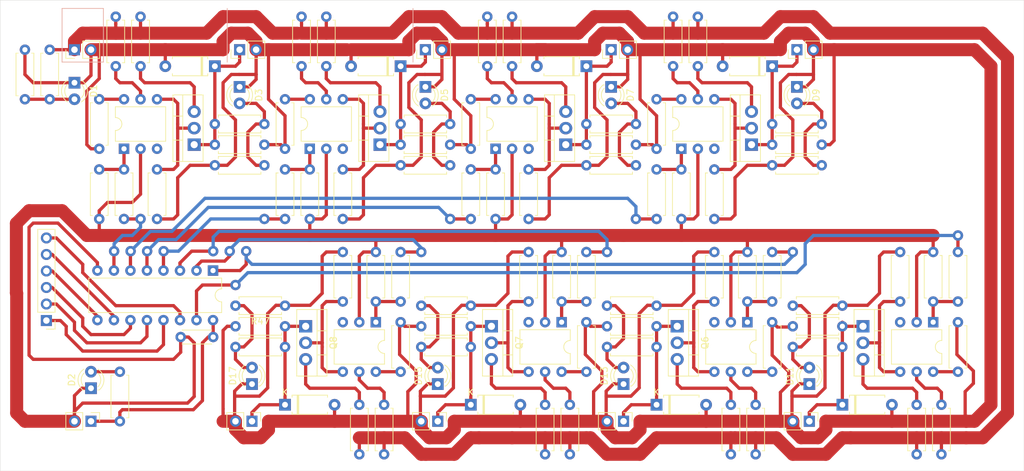
<source format=kicad_pcb>
(kicad_pcb (version 20171130) (host pcbnew 5.1.5-52549c5~86~ubuntu18.04.1)
  (title_block (title Outputs) (date 2020-04-03) (rev 1) (comment 1 SomeController) (comment 2 "Ivan Semenkov"))
  (layers (0 F.Cu signal) (31 B.Cu signal) (34 B.Paste user) (35 F.Paste user) (36 B.SilkS user) (37 F.SilkS user) (38 B.Mask user) (39 F.Mask user) (44 Edge.Cuts user))
  (net 0 "")
  (net 1 +5V)
  (net 2 GND)
  (net 3 "Net-(D1-Pad2)")
  (net 4 Earth)
  (net 5 "Net-(D2-Pad2)")
  (net 6 "Net-(D3-Pad2)")
  (net 7 "Net-(D4-Pad1)")
  (net 8 "Net-(D5-Pad2)")
  (net 9 "Net-(D6-Pad1)")
  (net 10 "Net-(D7-Pad2)")
  (net 11 "Net-(D8-Pad1)")
  (net 12 "Net-(D9-Pad2)")
  (net 13 "Net-(D10-Pad1)")
  (net 14 "Net-(D11-Pad2)")
  (net 15 "Net-(D12-Pad1)")
  (net 16 "Net-(D13-Pad2)")
  (net 17 "Net-(D14-Pad1)")
  (net 18 "Net-(D15-Pad2)")
  (net 19 "Net-(D16-Pad1)")
  (net 20 "Net-(D17-Pad2)")
  (net 21 "Net-(D18-Pad1)")
  (net 22 +24V)
  (net 23 "Net-(J3-Pad6)")
  (net 24 "Net-(J3-Pad5)")
  (net 25 "Net-(J3-Pad4)")
  (net 26 "Net-(J3-Pad3)")
  (net 27 "Net-(J3-Pad2)")
  (net 28 "Net-(J3-Pad1)")
  (net 29 "Net-(Q1-Pad3)")
  (net 30 "Net-(Q1-Pad2)")
  (net 31 "Net-(Q2-Pad3)")
  (net 32 "Net-(Q2-Pad2)")
  (net 33 "Net-(Q3-Pad3)")
  (net 34 "Net-(Q3-Pad2)")
  (net 35 "Net-(Q4-Pad3)")
  (net 36 "Net-(Q4-Pad2)")
  (net 37 "Net-(Q5-Pad3)")
  (net 38 "Net-(Q5-Pad2)")
  (net 39 "Net-(Q6-Pad3)")
  (net 40 "Net-(Q6-Pad2)")
  (net 41 "Net-(Q7-Pad3)")
  (net 42 "Net-(Q7-Pad2)")
  (net 43 "Net-(Q8-Pad3)")
  (net 44 "Net-(Q8-Pad2)")
  (net 45 "Net-(R20-Pad2)")
  (net 46 "Net-(R21-Pad2)")
  (net 47 "Net-(R22-Pad2)")
  (net 48 "Net-(R23-Pad2)")
  (net 49 "Net-(R24-Pad1)")
  (net 50 "Net-(R26-Pad1)")
  (net 51 "Net-(R28-Pad1)")
  (net 52 "Net-(R30-Pad1)")
  (net 53 "Net-(R32-Pad2)")
  (net 54 "Net-(R33-Pad2)")
  (net 55 "Net-(R34-Pad2)")
  (net 56 "Net-(R35-Pad2)")
  (net 57 output_1)
  (net 58 output_2)
  (net 59 output_3)
  (net 60 output_4)
  (net 61 "Net-(R56-Pad2)")
  (net 62 "Net-(R57-Pad2)")
  (net 63 "Net-(R58-Pad2)")
  (net 64 "Net-(R59-Pad2)")
  (net 65 "Net-(R60-Pad1)")
  (net 66 "Net-(R62-Pad1)")
  (net 67 "Net-(R64-Pad1)")
  (net 68 "Net-(R66-Pad1)")
  (net 69 "Net-(R68-Pad2)")
  (net 70 "Net-(R69-Pad2)")
  (net 71 "Net-(R70-Pad2)")
  (net 72 "Net-(R71-Pad2)")
  (net 73 output_5)
  (net 74 output_6)
  (net 75 output_7)
  (net 76 output_8)
  (net 77 "Net-(U2-Pad3)")
  (net 78 "Net-(U3-Pad3)")
  (net 79 "Net-(U4-Pad3)")
  (net 80 "Net-(U5-Pad3)")
  (net 81 "Net-(U6-Pad3)")
  (net 82 "Net-(U7-Pad3)")
  (net 83 "Net-(U8-Pad3)")
  (net 84 "Net-(U9-Pad3)")
  (module Connector_PinHeader_2.54mm:PinHeader_1x02_P2.54mm_Vertical (layer F.Cu) (at 69.215 95.25 270)
    (fp_text reference J11 hide)
    (fp_text value Screw_Terminal_01x02 hide)
    (pad 2 thru_hole oval (at 0 2.54 270) (size 1.7 1.7) (drill 1) (layers *.Cu *.Mask) (net 4 Earth))
    (pad 1 thru_hole rect (at 0 0 270) (size 1.7 1.7) (drill 1) (layers *.Cu *.Mask) (net 21 "Net-(D18-Pad1)"))
  )
  (module Connector_PinHeader_2.54mm:PinHeader_1x02_P2.54mm_Vertical (layer F.Cu) (at 97.79 95.25 270)
    (fp_text reference J10 hide)
    (fp_text value Screw_Terminal_01x02 hide)
    (pad 2 thru_hole oval (at 0 2.54 270) (size 1.7 1.7) (drill 1) (layers *.Cu *.Mask) (net 4 Earth))
    (pad 1 thru_hole rect (at 0 0 270) (size 1.7 1.7) (drill 1) (layers *.Cu *.Mask) (net 19 "Net-(D16-Pad1)"))
  )
  (module Connector_PinHeader_2.54mm:PinHeader_1x02_P2.54mm_Vertical (layer F.Cu) (at 126.365 95.25 270)
    (fp_text reference J9 hide)
    (fp_text value Screw_Terminal_01x02 hide)
    (pad 2 thru_hole oval (at 0 2.54 270) (size 1.7 1.7) (drill 1) (layers *.Cu *.Mask) (net 4 Earth))
    (pad 1 thru_hole rect (at 0 0 270) (size 1.7 1.7) (drill 1) (layers *.Cu *.Mask) (net 17 "Net-(D14-Pad1)"))
  )
  (module Connector_PinHeader_2.54mm:PinHeader_1x02_P2.54mm_Vertical (layer F.Cu) (at 154.94 95.25 270)
    (fp_text reference J8 hide)
    (fp_text value Screw_Terminal_01x02 hide)
    (pad 2 thru_hole oval (at 0 2.54 270) (size 1.7 1.7) (drill 1) (layers *.Cu *.Mask) (net 4 Earth))
    (pad 1 thru_hole rect (at 0 0 270) (size 1.7 1.7) (drill 1) (layers *.Cu *.Mask) (net 15 "Net-(D12-Pad1)"))
  )
  (module Connector_PinHeader_2.54mm:PinHeader_1x02_P2.54mm_Vertical (layer F.Cu) (at 153.035 38.1 90)
    (fp_text reference J7 hide)
    (fp_text value Screw_Terminal_01x02 hide)
    (pad 2 thru_hole oval (at 0 2.54 90) (size 1.7 1.7) (drill 1) (layers *.Cu *.Mask) (net 4 Earth))
    (pad 1 thru_hole rect (at 0 0 90) (size 1.7 1.7) (drill 1) (layers *.Cu *.Mask) (net 13 "Net-(D10-Pad1)"))
  )
  (module Connector_PinHeader_2.54mm:PinHeader_1x02_P2.54mm_Vertical (layer F.Cu) (at 124.46 38.1 90)
    (fp_text reference J6 hide)
    (fp_text value Screw_Terminal_01x02 hide)
    (pad 2 thru_hole oval (at 0 2.54 90) (size 1.7 1.7) (drill 1) (layers *.Cu *.Mask) (net 4 Earth))
    (pad 1 thru_hole rect (at 0 0 90) (size 1.7 1.7) (drill 1) (layers *.Cu *.Mask) (net 11 "Net-(D8-Pad1)"))
  )
  (module Connector_PinHeader_2.54mm:PinHeader_1x02_P2.54mm_Vertical (layer F.Cu) (at 95.885 38.1 90)
    (fp_text reference J5 hide)
    (fp_text value Screw_Terminal_01x02 hide)
    (pad 2 thru_hole oval (at 0 2.54 90) (size 1.7 1.7) (drill 1) (layers *.Cu *.Mask) (net 4 Earth))
    (pad 1 thru_hole rect (at 0 0 90) (size 1.7 1.7) (drill 1) (layers *.Cu *.Mask) (net 9 "Net-(D6-Pad1)"))
  )
  (module Connector_PinHeader_2.54mm:PinHeader_1x02_P2.54mm_Vertical (layer F.Cu) (at 67.31 38.1 90)
    (fp_text reference J4 hide)
    (fp_text value Screw_Terminal_01x02 hide)
    (pad 2 thru_hole oval (at 0 2.54 90) (size 1.7 1.7) (drill 1) (layers *.Cu *.Mask) (net 4 Earth))
    (pad 1 thru_hole rect (at 0 0 90) (size 1.7 1.7) (drill 1) (layers *.Cu *.Mask) (net 7 "Net-(D4-Pad1)"))
  )
  (module Connector_PinHeader_2.54mm:PinHeader_1x02_P2.54mm_Vertical (layer F.Cu) (at 44.45 95.25 270)
    (fp_text reference J2 hide)
    (fp_text value Screw_Terminal_01x02 hide)
    (pad 2 thru_hole oval (at 0 2.54 270) (size 1.7 1.7) (drill 1) (layers *.Cu *.Mask) (net 2 GND))
    (pad 1 thru_hole rect (at 0 0 270) (size 1.7 1.7) (drill 1) (layers *.Cu *.Mask) (net 1 +5V))
  )
  (module Connector_PinHeader_2.54mm:PinHeader_1x02_P2.54mm_Vertical (layer F.Cu) (at 41.91 38.1 90)
    (fp_text reference J1 hide)
    (fp_text value Screw_Terminal_01x02 hide)
    (pad 2 thru_hole oval (at 0 2.54 90) (size 1.7 1.7) (drill 1) (layers *.Cu *.Mask) (net 4 Earth))
    (pad 1 thru_hole rect (at 0 0 90) (size 1.7 1.7) (drill 1) (layers *.Cu *.Mask) (net 22 +24V))
  )
  (module Connector_PinHeader_2.54mm:PinHeader_1x06_P2.54mm_Vertical (layer F.Cu) (at 37.592 79.756 180)
    (fp_text reference J3 hide)
    (fp_text value Screw_Terminal_01x06 hide)
    (pad 6 thru_hole oval (at 0 12.7 180) (size 1.7 1.7) (drill 1) (layers *.Cu *.Mask) (net 23 "Net-(J3-Pad6)"))
    (pad 5 thru_hole oval (at 0 10.16 180) (size 1.7 1.7) (drill 1) (layers *.Cu *.Mask) (net 24 "Net-(J3-Pad5)"))
    (pad 4 thru_hole oval (at 0 7.62 180) (size 1.7 1.7) (drill 1) (layers *.Cu *.Mask) (net 25 "Net-(J3-Pad4)"))
    (pad 3 thru_hole oval (at 0 5.08 180) (size 1.7 1.7) (drill 1) (layers *.Cu *.Mask) (net 26 "Net-(J3-Pad3)"))
    (pad 2 thru_hole oval (at 0 2.54 180) (size 1.7 1.7) (drill 1) (layers *.Cu *.Mask) (net 27 "Net-(J3-Pad2)"))
    (pad 1 thru_hole rect (at 0 0 180) (size 1.7 1.7) (drill 1) (layers *.Cu *.Mask) (net 28 "Net-(J3-Pad1)"))
  )
  (module LED_THT:LED_D3.0mm (layer F.Cu) (at 97.79 89.535 90)
    (fp_text reference D15 (at 1.27 -2.96 90) (layer F.SilkS))
    (fp_text value LED hide)
    (pad 2 thru_hole circle (at 2.54 0 90) (size 1.8 1.8) (drill 0.9) (layers *.Cu *.Mask) (net 18 "Net-(D15-Pad2)"))
    (pad 1 thru_hole rect (at 0 0 90) (size 1.8 1.8) (drill 0.9) (layers *.Cu *.Mask) (net 4 Earth))
  )
  (module LED_THT:LED_D3.0mm (layer F.Cu) (at 153.035 43.815 270)
    (fp_text reference D9 (at 1.27 -2.96 270) (layer F.SilkS))
    (fp_text value LED)
    (pad 1 thru_hole rect (at 0 0 270) (size 1.8 1.8) (drill 0.9) (layers *.Cu *.Mask) (net 4 Earth))
    (pad 2 thru_hole circle (at 2.54 0 270) (size 1.8 1.8) (drill 0.9) (layers *.Cu *.Mask) (net 12 "Net-(D9-Pad2)"))
  )
  (module LED_THT:LED_D3.0mm (layer F.Cu) (at 154.94 89.535 90)
    (fp_text reference D11 (at 1.27 -2.96 90) (layer F.SilkS))
    (fp_text value LED)
    (pad 2 thru_hole circle (at 2.54 0 90) (size 1.8 1.8) (drill 0.9) (layers *.Cu *.Mask) (net 14 "Net-(D11-Pad2)"))
    (pad 1 thru_hole rect (at 0 0 90) (size 1.8 1.8) (drill 0.9) (layers *.Cu *.Mask) (net 4 Earth))
  )
  (module LED_THT:LED_D3.0mm (layer F.Cu) (at 126.365 89.535 90)
    (fp_text reference D13 (at 1.27 -2.96 90) (layer F.SilkS))
    (fp_text value LED hide)
    (pad 1 thru_hole rect (at 0 0 90) (size 1.8 1.8) (drill 0.9) (layers *.Cu *.Mask) (net 4 Earth))
    (pad 2 thru_hole circle (at 2.54 0 90) (size 1.8 1.8) (drill 0.9) (layers *.Cu *.Mask) (net 16 "Net-(D13-Pad2)"))
  )
  (module LED_THT:LED_D3.0mm (layer F.Cu) (at 69.215 89.535 90)
    (fp_text reference D17 (at 1.27 -2.96 90) (layer F.SilkS))
    (fp_text value LED hide)
    (pad 2 thru_hole circle (at 2.54 0 90) (size 1.8 1.8) (drill 0.9) (layers *.Cu *.Mask) (net 20 "Net-(D17-Pad2)"))
    (pad 1 thru_hole rect (at 0 0 90) (size 1.8 1.8) (drill 0.9) (layers *.Cu *.Mask) (net 4 Earth))
  )
  (module LED_THT:LED_D3.0mm (layer F.Cu) (at 124.46 43.815 270)
    (fp_text reference D7 (at 1.27 -2.96 270) (layer F.SilkS))
    (fp_text value LED)
    (pad 1 thru_hole rect (at 0 0 270) (size 1.8 1.8) (drill 0.9) (layers *.Cu *.Mask) (net 4 Earth))
    (pad 2 thru_hole circle (at 2.54 0 270) (size 1.8 1.8) (drill 0.9) (layers *.Cu *.Mask) (net 10 "Net-(D7-Pad2)"))
  )
  (module LED_THT:LED_D3.0mm (layer F.Cu) (at 95.885 43.815 270)
    (fp_text reference D5 (at 1.27 -2.96 270) (layer F.SilkS))
    (fp_text value LED)
    (pad 2 thru_hole circle (at 2.54 0 270) (size 1.8 1.8) (drill 0.9) (layers *.Cu *.Mask) (net 8 "Net-(D5-Pad2)"))
    (pad 1 thru_hole rect (at 0 0 270) (size 1.8 1.8) (drill 0.9) (layers *.Cu *.Mask) (net 4 Earth))
  )
  (module LED_THT:LED_D3.0mm (layer F.Cu) (at 67.31 43.815 270)
    (fp_text reference D3 (at 1.27 -2.96 270) (layer F.SilkS))
    (fp_text value LED)
    (pad 1 thru_hole rect (at 0 0 270) (size 1.8 1.8) (drill 0.9) (layers *.Cu *.Mask) (net 4 Earth))
    (pad 2 thru_hole circle (at 2.54 0 270) (size 1.8 1.8) (drill 0.9) (layers *.Cu *.Mask) (net 6 "Net-(D3-Pad2)"))
  )
  (module LED_THT:LED_D3.0mm (layer F.Cu) (at 44.45 90.17 90)
    (fp_text reference D2 (at 1.27 -2.96 90) (layer F.SilkS))
    (fp_text value LED)
    (pad 2 thru_hole circle (at 2.54 0 90) (size 1.8 1.8) (drill 0.9) (layers *.Cu *.Mask) (net 5 "Net-(D2-Pad2)"))
    (pad 1 thru_hole rect (at 0 0 90) (size 1.8 1.8) (drill 0.9) (layers *.Cu *.Mask) (net 2 GND))
  )
  (module LED_THT:LED_D3.0mm (layer F.Cu) (at 41.91 43.18 270)
    (fp_text reference D1 (at 1.27 -2.96 270) (layer F.SilkS))
    (fp_text value LED hide)
    (pad 1 thru_hole rect (at 0 0 270) (size 1.8 1.8) (drill 0.9) (layers *.Cu *.Mask) (net 4 Earth))
    (pad 2 thru_hole circle (at 2.54 0 270) (size 1.8 1.8) (drill 0.9) (layers *.Cu *.Mask) (net 3 "Net-(D1-Pad2)"))
  )
  (module Package_DIP:DIP-6_W7.62mm (layer F.Cu) (at 88.265 80.01 270)
    (fp_text reference U9 hide)
    (fp_text value 4N28 hide)
    (pad 6 thru_hole oval (at 7.62 0 270) (size 1.6 1.6) (drill 0.8) (layers *.Cu *.Mask) (net 64 "Net-(R59-Pad2)"))
    (pad 3 thru_hole oval (at 0 5.08 270) (size 1.6 1.6) (drill 0.8) (layers *.Cu *.Mask) (net 84 "Net-(U9-Pad3)"))
    (pad 5 thru_hole oval (at 7.62 2.54 270) (size 1.6 1.6) (drill 0.8) (layers *.Cu *.Mask) (net 68 "Net-(R66-Pad1)"))
    (pad 2 thru_hole oval (at 0 2.54 270) (size 1.6 1.6) (drill 0.8) (layers *.Cu *.Mask) (net 2 GND))
    (pad 4 thru_hole oval (at 7.62 5.08 270) (size 1.6 1.6) (drill 0.8) (layers *.Cu *.Mask) (net 44 "Net-(Q8-Pad2)"))
    (pad 1 thru_hole rect (at 0 0 270) (size 1.6 1.6) (drill 0.8) (layers *.Cu *.Mask) (net 72 "Net-(R71-Pad2)"))
  )
  (module Package_DIP:DIP-6_W7.62mm (layer F.Cu) (at 116.84 80.01 270)
    (fp_text reference U8 hide)
    (fp_text value 4N28 hide)
    (pad 6 thru_hole oval (at 7.62 0 270) (size 1.6 1.6) (drill 0.8) (layers *.Cu *.Mask) (net 63 "Net-(R58-Pad2)"))
    (pad 3 thru_hole oval (at 0 5.08 270) (size 1.6 1.6) (drill 0.8) (layers *.Cu *.Mask) (net 83 "Net-(U8-Pad3)"))
    (pad 5 thru_hole oval (at 7.62 2.54 270) (size 1.6 1.6) (drill 0.8) (layers *.Cu *.Mask) (net 67 "Net-(R64-Pad1)"))
    (pad 2 thru_hole oval (at 0 2.54 270) (size 1.6 1.6) (drill 0.8) (layers *.Cu *.Mask) (net 2 GND))
    (pad 4 thru_hole oval (at 7.62 5.08 270) (size 1.6 1.6) (drill 0.8) (layers *.Cu *.Mask) (net 42 "Net-(Q7-Pad2)"))
    (pad 1 thru_hole rect (at 0 0 270) (size 1.6 1.6) (drill 0.8) (layers *.Cu *.Mask) (net 71 "Net-(R70-Pad2)"))
  )
  (module Package_DIP:DIP-6_W7.62mm (layer F.Cu) (at 145.415 80.01 270)
    (fp_text reference U7 hide)
    (fp_text value 4N28 hide)
    (pad 6 thru_hole oval (at 7.62 0 270) (size 1.6 1.6) (drill 0.8) (layers *.Cu *.Mask) (net 62 "Net-(R57-Pad2)"))
    (pad 3 thru_hole oval (at 0 5.08 270) (size 1.6 1.6) (drill 0.8) (layers *.Cu *.Mask) (net 82 "Net-(U7-Pad3)"))
    (pad 5 thru_hole oval (at 7.62 2.54 270) (size 1.6 1.6) (drill 0.8) (layers *.Cu *.Mask) (net 66 "Net-(R62-Pad1)"))
    (pad 2 thru_hole oval (at 0 2.54 270) (size 1.6 1.6) (drill 0.8) (layers *.Cu *.Mask) (net 2 GND))
    (pad 4 thru_hole oval (at 7.62 5.08 270) (size 1.6 1.6) (drill 0.8) (layers *.Cu *.Mask) (net 40 "Net-(Q6-Pad2)"))
    (pad 1 thru_hole rect (at 0 0 270) (size 1.6 1.6) (drill 0.8) (layers *.Cu *.Mask) (net 70 "Net-(R69-Pad2)"))
  )
  (module Package_DIP:DIP-6_W7.62mm (layer F.Cu) (at 173.99 80.01 270)
    (fp_text reference U6 hide)
    (fp_text value 4N28 hide)
    (pad 6 thru_hole oval (at 7.62 0 270) (size 1.6 1.6) (drill 0.8) (layers *.Cu *.Mask) (net 61 "Net-(R56-Pad2)"))
    (pad 3 thru_hole oval (at 0 5.08 270) (size 1.6 1.6) (drill 0.8) (layers *.Cu *.Mask) (net 81 "Net-(U6-Pad3)"))
    (pad 5 thru_hole oval (at 7.62 2.54 270) (size 1.6 1.6) (drill 0.8) (layers *.Cu *.Mask) (net 65 "Net-(R60-Pad1)"))
    (pad 2 thru_hole oval (at 0 2.54 270) (size 1.6 1.6) (drill 0.8) (layers *.Cu *.Mask) (net 2 GND))
    (pad 4 thru_hole oval (at 7.62 5.08 270) (size 1.6 1.6) (drill 0.8) (layers *.Cu *.Mask) (net 38 "Net-(Q5-Pad2)"))
    (pad 1 thru_hole rect (at 0 0 270) (size 1.6 1.6) (drill 0.8) (layers *.Cu *.Mask) (net 69 "Net-(R68-Pad2)"))
  )
  (module Package_DIP:DIP-6_W7.62mm (layer F.Cu) (at 135.255 53.34 90)
    (fp_text reference U5 hide)
    (fp_text value 4N28 hide)
    (pad 6 thru_hole oval (at 7.62 0 90) (size 1.6 1.6) (drill 0.8) (layers *.Cu *.Mask) (net 48 "Net-(R23-Pad2)"))
    (pad 3 thru_hole oval (at 0 5.08 90) (size 1.6 1.6) (drill 0.8) (layers *.Cu *.Mask) (net 80 "Net-(U5-Pad3)"))
    (pad 5 thru_hole oval (at 7.62 2.54 90) (size 1.6 1.6) (drill 0.8) (layers *.Cu *.Mask) (net 52 "Net-(R30-Pad1)"))
    (pad 2 thru_hole oval (at 0 2.54 90) (size 1.6 1.6) (drill 0.8) (layers *.Cu *.Mask) (net 2 GND))
    (pad 4 thru_hole oval (at 7.62 5.08 90) (size 1.6 1.6) (drill 0.8) (layers *.Cu *.Mask) (net 36 "Net-(Q4-Pad2)"))
    (pad 1 thru_hole rect (at 0 0 90) (size 1.6 1.6) (drill 0.8) (layers *.Cu *.Mask) (net 56 "Net-(R35-Pad2)"))
  )
  (module Package_DIP:DIP-6_W7.62mm (layer F.Cu) (at 106.68 53.34 90)
    (fp_text reference U4 hide)
    (fp_text value 4N28 hide)
    (pad 6 thru_hole oval (at 7.62 0 90) (size 1.6 1.6) (drill 0.8) (layers *.Cu *.Mask) (net 47 "Net-(R22-Pad2)"))
    (pad 3 thru_hole oval (at 0 5.08 90) (size 1.6 1.6) (drill 0.8) (layers *.Cu *.Mask) (net 79 "Net-(U4-Pad3)"))
    (pad 5 thru_hole oval (at 7.62 2.54 90) (size 1.6 1.6) (drill 0.8) (layers *.Cu *.Mask) (net 51 "Net-(R28-Pad1)"))
    (pad 2 thru_hole oval (at 0 2.54 90) (size 1.6 1.6) (drill 0.8) (layers *.Cu *.Mask) (net 2 GND))
    (pad 4 thru_hole oval (at 7.62 5.08 90) (size 1.6 1.6) (drill 0.8) (layers *.Cu *.Mask) (net 34 "Net-(Q3-Pad2)"))
    (pad 1 thru_hole rect (at 0 0 90) (size 1.6 1.6) (drill 0.8) (layers *.Cu *.Mask) (net 55 "Net-(R34-Pad2)"))
  )
  (module Package_DIP:DIP-6_W7.62mm (layer F.Cu) (at 78.105 53.34 90)
    (fp_text reference U3 hide)
    (fp_text value 4N28 hide)
    (pad 6 thru_hole oval (at 7.62 0 90) (size 1.6 1.6) (drill 0.8) (layers *.Cu *.Mask) (net 46 "Net-(R21-Pad2)"))
    (pad 3 thru_hole oval (at 0 5.08 90) (size 1.6 1.6) (drill 0.8) (layers *.Cu *.Mask) (net 78 "Net-(U3-Pad3)"))
    (pad 5 thru_hole oval (at 7.62 2.54 90) (size 1.6 1.6) (drill 0.8) (layers *.Cu *.Mask) (net 50 "Net-(R26-Pad1)"))
    (pad 2 thru_hole oval (at 0 2.54 90) (size 1.6 1.6) (drill 0.8) (layers *.Cu *.Mask) (net 2 GND))
    (pad 4 thru_hole oval (at 7.62 5.08 90) (size 1.6 1.6) (drill 0.8) (layers *.Cu *.Mask) (net 32 "Net-(Q2-Pad2)"))
    (pad 1 thru_hole rect (at 0 0 90) (size 1.6 1.6) (drill 0.8) (layers *.Cu *.Mask) (net 54 "Net-(R33-Pad2)"))
  )
  (module Package_DIP:DIP-6_W7.62mm (layer F.Cu) (at 49.53 53.34 90)
    (fp_text reference U2 hide)
    (fp_text value 4N28 hide)
    (pad 6 thru_hole oval (at 7.62 0 90) (size 1.6 1.6) (drill 0.8) (layers *.Cu *.Mask) (net 45 "Net-(R20-Pad2)"))
    (pad 3 thru_hole oval (at 0 5.08 90) (size 1.6 1.6) (drill 0.8) (layers *.Cu *.Mask) (net 77 "Net-(U2-Pad3)"))
    (pad 5 thru_hole oval (at 7.62 2.54 90) (size 1.6 1.6) (drill 0.8) (layers *.Cu *.Mask) (net 49 "Net-(R24-Pad1)"))
    (pad 2 thru_hole oval (at 0 2.54 90) (size 1.6 1.6) (drill 0.8) (layers *.Cu *.Mask) (net 2 GND))
    (pad 4 thru_hole oval (at 7.62 5.08 90) (size 1.6 1.6) (drill 0.8) (layers *.Cu *.Mask) (net 30 "Net-(Q1-Pad2)"))
    (pad 1 thru_hole rect (at 0 0 90) (size 1.6 1.6) (drill 0.8) (layers *.Cu *.Mask) (net 53 "Net-(R32-Pad2)"))
  )
  (module Package_DIP:DIP-16_W7.62mm (layer F.Cu) (at 63.2206 72.0725 270)
    (fp_text reference U1 hide)
    (fp_text value 74HC595 hide)
    (pad 16 thru_hole oval (at 7.62 0 270) (size 1.6 1.6) (drill 0.8) (layers *.Cu *.Mask) (net 1 +5V))
    (pad 8 thru_hole oval (at 0 17.78 270) (size 1.6 1.6) (drill 0.8) (layers *.Cu *.Mask) (net 2 GND))
    (pad 15 thru_hole oval (at 7.62 2.54 270) (size 1.6 1.6) (drill 0.8) (layers *.Cu *.Mask) (net 73 output_5))
    (pad 7 thru_hole oval (at 0 15.24 270) (size 1.6 1.6) (drill 0.8) (layers *.Cu *.Mask) (net 57 output_1))
    (pad 14 thru_hole oval (at 7.62 5.08 270) (size 1.6 1.6) (drill 0.8) (layers *.Cu *.Mask) (net 23 "Net-(J3-Pad6)"))
    (pad 6 thru_hole oval (at 0 12.7 270) (size 1.6 1.6) (drill 0.8) (layers *.Cu *.Mask) (net 60 output_4))
    (pad 13 thru_hole oval (at 7.62 7.62 270) (size 1.6 1.6) (drill 0.8) (layers *.Cu *.Mask) (net 28 "Net-(J3-Pad1)"))
    (pad 5 thru_hole oval (at 0 10.16 270) (size 1.6 1.6) (drill 0.8) (layers *.Cu *.Mask) (net 59 output_3))
    (pad 12 thru_hole oval (at 7.62 10.16 270) (size 1.6 1.6) (drill 0.8) (layers *.Cu *.Mask) (net 27 "Net-(J3-Pad2)"))
    (pad 4 thru_hole oval (at 0 7.62 270) (size 1.6 1.6) (drill 0.8) (layers *.Cu *.Mask) (net 58 output_2))
    (pad 11 thru_hole oval (at 7.62 12.7 270) (size 1.6 1.6) (drill 0.8) (layers *.Cu *.Mask) (net 26 "Net-(J3-Pad3)"))
    (pad 3 thru_hole oval (at 0 5.08 270) (size 1.6 1.6) (drill 0.8) (layers *.Cu *.Mask) (net 75 output_7))
    (pad 10 thru_hole oval (at 7.62 15.24 270) (size 1.6 1.6) (drill 0.8) (layers *.Cu *.Mask) (net 24 "Net-(J3-Pad5)"))
    (pad 2 thru_hole oval (at 0 2.54 270) (size 1.6 1.6) (drill 0.8) (layers *.Cu *.Mask) (net 76 output_8))
    (pad 9 thru_hole oval (at 7.62 17.78 270) (size 1.6 1.6) (drill 0.8) (layers *.Cu *.Mask) (net 25 "Net-(J3-Pad4)"))
    (pad 1 thru_hole rect (at 0 0 270) (size 1.6 1.6) (drill 0.8) (layers *.Cu *.Mask) (net 74 output_6))
  )
  (module Resistor_THT:R_Axial_DIN0207_L6.3mm_D2.5mm_P7.62mm_Horizontal (layer F.Cu) (at 92.075 69.215 270)
    (fp_text reference R75 hide)
    (fp_text value 1K8 hide)
    (pad 2 thru_hole oval (at 7.62 0 270) (size 1.6 1.6) (drill 0.8) (layers *.Cu *.Mask) (net 72 "Net-(R71-Pad2)"))
    (pad 1 thru_hole circle (at 0 0 270) (size 1.6 1.6) (drill 0.8) (layers *.Cu *.Mask) (net 76 output_8))
  )
  (module Resistor_THT:R_Axial_DIN0207_L6.3mm_D2.5mm_P7.62mm_Horizontal (layer F.Cu) (at 120.65 69.215 270)
    (fp_text reference R74 hide)
    (fp_text value 1K8 hide)
    (pad 2 thru_hole oval (at 7.62 0 270) (size 1.6 1.6) (drill 0.8) (layers *.Cu *.Mask) (net 71 "Net-(R70-Pad2)"))
    (pad 1 thru_hole circle (at 0 0 270) (size 1.6 1.6) (drill 0.8) (layers *.Cu *.Mask) (net 75 output_7))
  )
  (module Resistor_THT:R_Axial_DIN0207_L6.3mm_D2.5mm_P7.62mm_Horizontal (layer F.Cu) (at 149.225 69.215 270)
    (fp_text reference R73 hide)
    (fp_text value 1K8 hide)
    (pad 2 thru_hole oval (at 7.62 0 270) (size 1.6 1.6) (drill 0.8) (layers *.Cu *.Mask) (net 70 "Net-(R69-Pad2)"))
    (pad 1 thru_hole circle (at 0 0 270) (size 1.6 1.6) (drill 0.8) (layers *.Cu *.Mask) (net 74 output_6))
  )
  (module Resistor_THT:R_Axial_DIN0207_L6.3mm_D2.5mm_P7.62mm_Horizontal (layer F.Cu) (at 177.8 69.215 270)
    (fp_text reference R72 hide)
    (fp_text value 1K8 hide)
    (pad 2 thru_hole oval (at 7.62 0 270) (size 1.6 1.6) (drill 0.8) (layers *.Cu *.Mask) (net 69 "Net-(R68-Pad2)"))
    (pad 1 thru_hole circle (at 0 0 270) (size 1.6 1.6) (drill 0.8) (layers *.Cu *.Mask) (net 73 output_5))
  )
  (module Resistor_THT:R_Axial_DIN0207_L6.3mm_D2.5mm_P7.62mm_Horizontal (layer F.Cu) (at 88.265 69.215 270)
    (fp_text reference R71 hide)
    (fp_text value 480 hide)
    (pad 2 thru_hole oval (at 7.62 0 270) (size 1.6 1.6) (drill 0.8) (layers *.Cu *.Mask) (net 72 "Net-(R71-Pad2)"))
    (pad 1 thru_hole circle (at 0 0 270) (size 1.6 1.6) (drill 0.8) (layers *.Cu *.Mask) (net 2 GND))
  )
  (module Resistor_THT:R_Axial_DIN0207_L6.3mm_D2.5mm_P7.62mm_Horizontal (layer F.Cu) (at 116.84 69.215 270)
    (fp_text reference R70 hide)
    (fp_text value 480 hide)
    (pad 2 thru_hole oval (at 7.62 0 270) (size 1.6 1.6) (drill 0.8) (layers *.Cu *.Mask) (net 71 "Net-(R70-Pad2)"))
    (pad 1 thru_hole circle (at 0 0 270) (size 1.6 1.6) (drill 0.8) (layers *.Cu *.Mask) (net 2 GND))
  )
  (module Resistor_THT:R_Axial_DIN0207_L6.3mm_D2.5mm_P7.62mm_Horizontal (layer F.Cu) (at 145.415 69.215 270)
    (fp_text reference R69 hide)
    (fp_text value 480 hide)
    (pad 2 thru_hole oval (at 7.62 0 270) (size 1.6 1.6) (drill 0.8) (layers *.Cu *.Mask) (net 70 "Net-(R69-Pad2)"))
    (pad 1 thru_hole circle (at 0 0 270) (size 1.6 1.6) (drill 0.8) (layers *.Cu *.Mask) (net 2 GND))
  )
  (module Resistor_THT:R_Axial_DIN0207_L6.3mm_D2.5mm_P7.62mm_Horizontal (layer F.Cu) (at 173.99 69.215 270)
    (fp_text reference R68 hide)
    (fp_text value 480 hide)
    (pad 2 thru_hole oval (at 7.62 0 270) (size 1.6 1.6) (drill 0.8) (layers *.Cu *.Mask) (net 69 "Net-(R68-Pad2)"))
    (pad 1 thru_hole circle (at 0 0 270) (size 1.6 1.6) (drill 0.8) (layers *.Cu *.Mask) (net 2 GND))
  )
  (module Resistor_THT:R_Axial_DIN0207_L6.3mm_D2.5mm_P7.62mm_Horizontal (layer F.Cu) (at 83.185 69.215 270)
    (fp_text reference R67 hide)
    (fp_text value 1K8 hide)
    (pad 2 thru_hole oval (at 7.62 0 270) (size 1.6 1.6) (drill 0.8) (layers *.Cu *.Mask) (net 44 "Net-(Q8-Pad2)"))
    (pad 1 thru_hole circle (at 0 0 270) (size 1.6 1.6) (drill 0.8) (layers *.Cu *.Mask) (net 4 Earth))
  )
  (module Resistor_THT:R_Axial_DIN0207_L6.3mm_D2.5mm_P7.62mm_Horizontal (layer F.Cu) (at 89.535 92.71 270)
    (fp_text reference R66 hide)
    (fp_text value 10K hide)
    (pad 2 thru_hole oval (at 7.62 0 270) (size 1.6 1.6) (drill 0.8) (layers *.Cu *.Mask) (net 22 +24V))
    (pad 1 thru_hole circle (at 0 0 270) (size 1.6 1.6) (drill 0.8) (layers *.Cu *.Mask) (net 68 "Net-(R66-Pad1)"))
  )
  (module Resistor_THT:R_Axial_DIN0207_L6.3mm_D2.5mm_P7.62mm_Horizontal (layer F.Cu) (at 111.76 69.215 270)
    (fp_text reference R65 hide)
    (fp_text value 1K8 hide)
    (pad 2 thru_hole oval (at 7.62 0 270) (size 1.6 1.6) (drill 0.8) (layers *.Cu *.Mask) (net 42 "Net-(Q7-Pad2)"))
    (pad 1 thru_hole circle (at 0 0 270) (size 1.6 1.6) (drill 0.8) (layers *.Cu *.Mask) (net 4 Earth))
  )
  (module Resistor_THT:R_Axial_DIN0207_L6.3mm_D2.5mm_P7.62mm_Horizontal (layer F.Cu) (at 118.11 92.71 270)
    (fp_text reference R64 hide)
    (fp_text value 10K hide)
    (pad 2 thru_hole oval (at 7.62 0 270) (size 1.6 1.6) (drill 0.8) (layers *.Cu *.Mask) (net 22 +24V))
    (pad 1 thru_hole circle (at 0 0 270) (size 1.6 1.6) (drill 0.8) (layers *.Cu *.Mask) (net 67 "Net-(R64-Pad1)"))
  )
  (module Resistor_THT:R_Axial_DIN0207_L6.3mm_D2.5mm_P7.62mm_Horizontal (layer F.Cu) (at 140.335 69.215 270)
    (fp_text reference R63 hide)
    (fp_text value 1K8 hide)
    (pad 2 thru_hole oval (at 7.62 0 270) (size 1.6 1.6) (drill 0.8) (layers *.Cu *.Mask) (net 40 "Net-(Q6-Pad2)"))
    (pad 1 thru_hole circle (at 0 0 270) (size 1.6 1.6) (drill 0.8) (layers *.Cu *.Mask) (net 4 Earth))
  )
  (module Resistor_THT:R_Axial_DIN0207_L6.3mm_D2.5mm_P7.62mm_Horizontal (layer F.Cu) (at 146.685 92.71 270)
    (fp_text reference R62 hide)
    (fp_text value 10K hide)
    (pad 2 thru_hole oval (at 7.62 0 270) (size 1.6 1.6) (drill 0.8) (layers *.Cu *.Mask) (net 22 +24V))
    (pad 1 thru_hole circle (at 0 0 270) (size 1.6 1.6) (drill 0.8) (layers *.Cu *.Mask) (net 66 "Net-(R62-Pad1)"))
  )
  (module Resistor_THT:R_Axial_DIN0207_L6.3mm_D2.5mm_P7.62mm_Horizontal (layer F.Cu) (at 168.91 69.215 270)
    (fp_text reference R61 hide)
    (fp_text value 1K8 hide)
    (pad 2 thru_hole oval (at 7.62 0 270) (size 1.6 1.6) (drill 0.8) (layers *.Cu *.Mask) (net 38 "Net-(Q5-Pad2)"))
    (pad 1 thru_hole circle (at 0 0 270) (size 1.6 1.6) (drill 0.8) (layers *.Cu *.Mask) (net 4 Earth))
  )
  (module Resistor_THT:R_Axial_DIN0207_L6.3mm_D2.5mm_P7.62mm_Horizontal (layer F.Cu) (at 175.26 92.71 270)
    (fp_text reference R60 hide)
    (fp_text value 10K hide)
    (pad 2 thru_hole oval (at 7.62 0 270) (size 1.6 1.6) (drill 0.8) (layers *.Cu *.Mask) (net 22 +24V))
    (pad 1 thru_hole circle (at 0 0 270) (size 1.6 1.6) (drill 0.8) (layers *.Cu *.Mask) (net 65 "Net-(R60-Pad1)"))
  )
  (module Resistor_THT:R_Axial_DIN0207_L6.3mm_D2.5mm_P7.62mm_Horizontal (layer F.Cu) (at 92.075 80.01 270)
    (fp_text reference R59 hide)
    (fp_text value 480 hide)
    (pad 2 thru_hole oval (at 7.62 0 270) (size 1.6 1.6) (drill 0.8) (layers *.Cu *.Mask) (net 64 "Net-(R59-Pad2)"))
    (pad 1 thru_hole circle (at 0 0 270) (size 1.6 1.6) (drill 0.8) (layers *.Cu *.Mask) (net 4 Earth))
  )
  (module Resistor_THT:R_Axial_DIN0207_L6.3mm_D2.5mm_P7.62mm_Horizontal (layer F.Cu) (at 120.65 80.01 270)
    (fp_text reference R58 hide)
    (fp_text value 480 hide)
    (pad 2 thru_hole oval (at 7.62 0 270) (size 1.6 1.6) (drill 0.8) (layers *.Cu *.Mask) (net 63 "Net-(R58-Pad2)"))
    (pad 1 thru_hole circle (at 0 0 270) (size 1.6 1.6) (drill 0.8) (layers *.Cu *.Mask) (net 4 Earth))
  )
  (module Resistor_THT:R_Axial_DIN0207_L6.3mm_D2.5mm_P7.62mm_Horizontal (layer F.Cu) (at 149.225 80.01 270)
    (fp_text reference R57 hide)
    (fp_text value 480 hide)
    (pad 2 thru_hole oval (at 7.62 0 270) (size 1.6 1.6) (drill 0.8) (layers *.Cu *.Mask) (net 62 "Net-(R57-Pad2)"))
    (pad 1 thru_hole circle (at 0 0 270) (size 1.6 1.6) (drill 0.8) (layers *.Cu *.Mask) (net 4 Earth))
  )
  (module Resistor_THT:R_Axial_DIN0207_L6.3mm_D2.5mm_P7.62mm_Horizontal (layer F.Cu) (at 177.8 80.01 270)
    (fp_text reference R56 hide)
    (fp_text value 480 hide)
    (pad 2 thru_hole oval (at 7.62 0 270) (size 1.6 1.6) (drill 0.8) (layers *.Cu *.Mask) (net 61 "Net-(R56-Pad2)"))
    (pad 1 thru_hole circle (at 0 0 270) (size 1.6 1.6) (drill 0.8) (layers *.Cu *.Mask) (net 4 Earth))
  )
  (module Resistor_THT:R_Axial_DIN0207_L6.3mm_D2.5mm_P7.62mm_Horizontal (layer F.Cu) (at 66.675 80.645)
    (fp_text reference R55 hide)
    (fp_text value 10K hide)
    (pad 2 thru_hole oval (at 7.62 0) (size 1.6 1.6) (drill 0.8) (layers *.Cu *.Mask) (net 21 "Net-(D18-Pad1)"))
    (pad 1 thru_hole circle (at 0 0) (size 1.6 1.6) (drill 0.8) (layers *.Cu *.Mask) (net 4 Earth))
  )
  (module Resistor_THT:R_Axial_DIN0207_L6.3mm_D2.5mm_P7.62mm_Horizontal (layer F.Cu) (at 85.725 92.71 270)
    (fp_text reference R54 hide)
    (fp_text value 480 hide)
    (pad 2 thru_hole oval (at 7.62 0 270) (size 1.6 1.6) (drill 0.8) (layers *.Cu *.Mask) (net 22 +24V))
    (pad 1 thru_hole circle (at 0 0 270) (size 1.6 1.6) (drill 0.8) (layers *.Cu *.Mask) (net 43 "Net-(Q8-Pad3)"))
  )
  (module Resistor_THT:R_Axial_DIN0207_L6.3mm_D2.5mm_P7.62mm_Horizontal (layer F.Cu) (at 95.25 80.645)
    (fp_text reference R53 hide)
    (fp_text value 10K hide)
    (pad 2 thru_hole oval (at 7.62 0) (size 1.6 1.6) (drill 0.8) (layers *.Cu *.Mask) (net 19 "Net-(D16-Pad1)"))
    (pad 1 thru_hole circle (at 0 0) (size 1.6 1.6) (drill 0.8) (layers *.Cu *.Mask) (net 4 Earth))
  )
  (module Resistor_THT:R_Axial_DIN0207_L6.3mm_D2.5mm_P7.62mm_Horizontal (layer F.Cu) (at 114.3 92.71 270)
    (fp_text reference R52 hide)
    (fp_text value 480 hide)
    (pad 2 thru_hole oval (at 7.62 0 270) (size 1.6 1.6) (drill 0.8) (layers *.Cu *.Mask) (net 22 +24V))
    (pad 1 thru_hole circle (at 0 0 270) (size 1.6 1.6) (drill 0.8) (layers *.Cu *.Mask) (net 41 "Net-(Q7-Pad3)"))
  )
  (module Resistor_THT:R_Axial_DIN0207_L6.3mm_D2.5mm_P7.62mm_Horizontal (layer F.Cu) (at 123.825 80.645)
    (fp_text reference R51 hide)
    (fp_text value 10K hide)
    (pad 2 thru_hole oval (at 7.62 0) (size 1.6 1.6) (drill 0.8) (layers *.Cu *.Mask) (net 17 "Net-(D14-Pad1)"))
    (pad 1 thru_hole circle (at 0 0) (size 1.6 1.6) (drill 0.8) (layers *.Cu *.Mask) (net 4 Earth))
  )
  (module Resistor_THT:R_Axial_DIN0207_L6.3mm_D2.5mm_P7.62mm_Horizontal (layer F.Cu) (at 142.875 92.71 270)
    (fp_text reference R50 hide)
    (fp_text value 480 hide)
    (pad 2 thru_hole oval (at 7.62 0 270) (size 1.6 1.6) (drill 0.8) (layers *.Cu *.Mask) (net 22 +24V))
    (pad 1 thru_hole circle (at 0 0 270) (size 1.6 1.6) (drill 0.8) (layers *.Cu *.Mask) (net 39 "Net-(Q6-Pad3)"))
  )
  (module Resistor_THT:R_Axial_DIN0207_L6.3mm_D2.5mm_P7.62mm_Horizontal (layer F.Cu) (at 152.4 80.645)
    (fp_text reference R49 hide)
    (fp_text value 10K hide)
    (pad 2 thru_hole oval (at 7.62 0) (size 1.6 1.6) (drill 0.8) (layers *.Cu *.Mask) (net 15 "Net-(D12-Pad1)"))
    (pad 1 thru_hole circle (at 0 0) (size 1.6 1.6) (drill 0.8) (layers *.Cu *.Mask) (net 4 Earth))
  )
  (module Resistor_THT:R_Axial_DIN0207_L6.3mm_D2.5mm_P7.62mm_Horizontal (layer F.Cu) (at 171.45 92.71 270)
    (fp_text reference R48 hide)
    (fp_text value 480 hide)
    (pad 2 thru_hole oval (at 7.62 0 270) (size 1.6 1.6) (drill 0.8) (layers *.Cu *.Mask) (net 22 +24V))
    (pad 1 thru_hole circle (at 0 0 270) (size 1.6 1.6) (drill 0.8) (layers *.Cu *.Mask) (net 37 "Net-(Q5-Pad3)"))
  )
  (module Resistor_THT:R_Axial_DIN0207_L6.3mm_D2.5mm_P7.62mm_Horizontal (layer F.Cu) (at 74.295 77.47 180)
    (fp_text reference R47 (at 3.81 -2.37 180) (layer F.SilkS))
    (fp_text value 1K8)
    (pad 2 thru_hole oval (at 7.62 0 180) (size 1.6 1.6) (drill 0.8) (layers *.Cu *.Mask) (net 20 "Net-(D17-Pad2)"))
    (pad 1 thru_hole circle (at 0 0 180) (size 1.6 1.6) (drill 0.8) (layers *.Cu *.Mask) (net 4 Earth))
  )
  (module Resistor_THT:R_Axial_DIN0207_L6.3mm_D2.5mm_P7.62mm_Horizontal (layer F.Cu) (at 102.87 77.47 180)
    (fp_text reference R46 hide)
    (fp_text value 1K8 hide)
    (pad 2 thru_hole oval (at 7.62 0 180) (size 1.6 1.6) (drill 0.8) (layers *.Cu *.Mask) (net 18 "Net-(D15-Pad2)"))
    (pad 1 thru_hole circle (at 0 0 180) (size 1.6 1.6) (drill 0.8) (layers *.Cu *.Mask) (net 4 Earth))
  )
  (module Resistor_THT:R_Axial_DIN0207_L6.3mm_D2.5mm_P7.62mm_Horizontal (layer F.Cu) (at 131.445 77.47 180)
    (fp_text reference R45 hide)
    (fp_text value 1K8 hide)
    (pad 2 thru_hole oval (at 7.62 0 180) (size 1.6 1.6) (drill 0.8) (layers *.Cu *.Mask) (net 16 "Net-(D13-Pad2)"))
    (pad 1 thru_hole circle (at 0 0 180) (size 1.6 1.6) (drill 0.8) (layers *.Cu *.Mask) (net 4 Earth))
  )
  (module Resistor_THT:R_Axial_DIN0207_L6.3mm_D2.5mm_P7.62mm_Horizontal (layer F.Cu) (at 160.02 77.47 180)
    (fp_text reference R44 hide)
    (fp_text value 1K8 hide)
    (pad 2 thru_hole oval (at 7.62 0 180) (size 1.6 1.6) (drill 0.8) (layers *.Cu *.Mask) (net 14 "Net-(D11-Pad2)"))
    (pad 1 thru_hole circle (at 0 0 180) (size 1.6 1.6) (drill 0.8) (layers *.Cu *.Mask) (net 4 Earth))
  )
  (module Resistor_THT:R_Axial_DIN0207_L6.3mm_D2.5mm_P7.62mm_Horizontal (layer F.Cu) (at 74.295 83.82 180)
    (fp_text reference R43 hide)
    (fp_text value 10K hide)
    (pad 2 thru_hole oval (at 7.62 0 180) (size 1.6 1.6) (drill 0.8) (layers *.Cu *.Mask) (net 20 "Net-(D17-Pad2)"))
    (pad 1 thru_hole circle (at 0 0 180) (size 1.6 1.6) (drill 0.8) (layers *.Cu *.Mask) (net 21 "Net-(D18-Pad1)"))
  )
  (module Resistor_THT:R_Axial_DIN0207_L6.3mm_D2.5mm_P7.62mm_Horizontal (layer F.Cu) (at 102.87 83.82 180)
    (fp_text reference R42 hide)
    (fp_text value 10K hide)
    (pad 2 thru_hole oval (at 7.62 0 180) (size 1.6 1.6) (drill 0.8) (layers *.Cu *.Mask) (net 18 "Net-(D15-Pad2)"))
    (pad 1 thru_hole circle (at 0 0 180) (size 1.6 1.6) (drill 0.8) (layers *.Cu *.Mask) (net 19 "Net-(D16-Pad1)"))
  )
  (module Resistor_THT:R_Axial_DIN0207_L6.3mm_D2.5mm_P7.62mm_Horizontal (layer F.Cu) (at 131.445 83.82 180)
    (fp_text reference R41 hide)
    (fp_text value 10K hide)
    (pad 2 thru_hole oval (at 7.62 0 180) (size 1.6 1.6) (drill 0.8) (layers *.Cu *.Mask) (net 16 "Net-(D13-Pad2)"))
    (pad 1 thru_hole circle (at 0 0 180) (size 1.6 1.6) (drill 0.8) (layers *.Cu *.Mask) (net 17 "Net-(D14-Pad1)"))
  )
  (module Resistor_THT:R_Axial_DIN0207_L6.3mm_D2.5mm_P7.62mm_Horizontal (layer F.Cu) (at 160.02 83.82 180)
    (fp_text reference R40 hide)
    (fp_text value 10K hide)
    (pad 2 thru_hole oval (at 7.62 0 180) (size 1.6 1.6) (drill 0.8) (layers *.Cu *.Mask) (net 14 "Net-(D11-Pad2)"))
    (pad 1 thru_hole circle (at 0 0 180) (size 1.6 1.6) (drill 0.8) (layers *.Cu *.Mask) (net 15 "Net-(D12-Pad1)"))
  )
  (module Resistor_THT:R_Axial_DIN0207_L6.3mm_D2.5mm_P7.62mm_Horizontal (layer F.Cu) (at 131.445 64.135 90)
    (fp_text reference R39 hide)
    (fp_text value 1K8 hide)
    (pad 2 thru_hole oval (at 7.62 0 90) (size 1.6 1.6) (drill 0.8) (layers *.Cu *.Mask) (net 56 "Net-(R35-Pad2)"))
    (pad 1 thru_hole circle (at 0 0 90) (size 1.6 1.6) (drill 0.8) (layers *.Cu *.Mask) (net 60 output_4))
  )
  (module Resistor_THT:R_Axial_DIN0207_L6.3mm_D2.5mm_P7.62mm_Horizontal (layer F.Cu) (at 102.87 64.135 90)
    (fp_text reference R38 hide)
    (fp_text value 1K8 hide)
    (pad 2 thru_hole oval (at 7.62 0 90) (size 1.6 1.6) (drill 0.8) (layers *.Cu *.Mask) (net 55 "Net-(R34-Pad2)"))
    (pad 1 thru_hole circle (at 0 0 90) (size 1.6 1.6) (drill 0.8) (layers *.Cu *.Mask) (net 59 output_3))
  )
  (module Resistor_THT:R_Axial_DIN0207_L6.3mm_D2.5mm_P7.62mm_Horizontal (layer F.Cu) (at 74.295 64.135 90)
    (fp_text reference R37 hide)
    (fp_text value 1K8 hide)
    (pad 2 thru_hole oval (at 7.62 0 90) (size 1.6 1.6) (drill 0.8) (layers *.Cu *.Mask) (net 54 "Net-(R33-Pad2)"))
    (pad 1 thru_hole circle (at 0 0 90) (size 1.6 1.6) (drill 0.8) (layers *.Cu *.Mask) (net 58 output_2))
  )
  (module Resistor_THT:R_Axial_DIN0207_L6.3mm_D2.5mm_P7.62mm_Horizontal (layer F.Cu) (at 49.53 64.135 90)
    (fp_text reference R36 hide)
    (fp_text value 1K8 hide)
    (pad 2 thru_hole oval (at 7.62 0 90) (size 1.6 1.6) (drill 0.8) (layers *.Cu *.Mask) (net 53 "Net-(R32-Pad2)"))
    (pad 1 thru_hole circle (at 0 0 90) (size 1.6 1.6) (drill 0.8) (layers *.Cu *.Mask) (net 57 output_1))
  )
  (module Resistor_THT:R_Axial_DIN0207_L6.3mm_D2.5mm_P7.62mm_Horizontal (layer F.Cu) (at 135.255 64.135 90)
    (fp_text reference R35 hide)
    (fp_text value 480 hide)
    (pad 2 thru_hole oval (at 7.62 0 90) (size 1.6 1.6) (drill 0.8) (layers *.Cu *.Mask) (net 56 "Net-(R35-Pad2)"))
    (pad 1 thru_hole circle (at 0 0 90) (size 1.6 1.6) (drill 0.8) (layers *.Cu *.Mask) (net 2 GND))
  )
  (module Resistor_THT:R_Axial_DIN0207_L6.3mm_D2.5mm_P7.62mm_Horizontal (layer F.Cu) (at 106.68 64.135 90)
    (fp_text reference R34 hide)
    (fp_text value 480 hide)
    (pad 2 thru_hole oval (at 7.62 0 90) (size 1.6 1.6) (drill 0.8) (layers *.Cu *.Mask) (net 55 "Net-(R34-Pad2)"))
    (pad 1 thru_hole circle (at 0 0 90) (size 1.6 1.6) (drill 0.8) (layers *.Cu *.Mask) (net 2 GND))
  )
  (module Resistor_THT:R_Axial_DIN0207_L6.3mm_D2.5mm_P7.62mm_Horizontal (layer F.Cu) (at 78.105 64.135 90)
    (fp_text reference R33 hide)
    (fp_text value 480 hide)
    (pad 2 thru_hole oval (at 7.62 0 90) (size 1.6 1.6) (drill 0.8) (layers *.Cu *.Mask) (net 54 "Net-(R33-Pad2)"))
    (pad 1 thru_hole circle (at 0 0 90) (size 1.6 1.6) (drill 0.8) (layers *.Cu *.Mask) (net 2 GND))
  )
  (module Resistor_THT:R_Axial_DIN0207_L6.3mm_D2.5mm_P7.62mm_Horizontal (layer F.Cu) (at 45.72 64.135 90)
    (fp_text reference R32 hide)
    (fp_text value 480 hide)
    (pad 2 thru_hole oval (at 7.62 0 90) (size 1.6 1.6) (drill 0.8) (layers *.Cu *.Mask) (net 53 "Net-(R32-Pad2)"))
    (pad 1 thru_hole circle (at 0 0 90) (size 1.6 1.6) (drill 0.8) (layers *.Cu *.Mask) (net 2 GND))
  )
  (module Resistor_THT:R_Axial_DIN0207_L6.3mm_D2.5mm_P7.62mm_Horizontal (layer F.Cu) (at 140.335 64.135 90)
    (fp_text reference R31 hide)
    (fp_text value 1K8 hide)
    (pad 2 thru_hole oval (at 7.62 0 90) (size 1.6 1.6) (drill 0.8) (layers *.Cu *.Mask) (net 36 "Net-(Q4-Pad2)"))
    (pad 1 thru_hole circle (at 0 0 90) (size 1.6 1.6) (drill 0.8) (layers *.Cu *.Mask) (net 4 Earth))
  )
  (module Resistor_THT:R_Axial_DIN0207_L6.3mm_D2.5mm_P7.62mm_Horizontal (layer F.Cu) (at 133.985 40.64 90)
    (fp_text reference R30 hide)
    (fp_text value 10K hide)
    (pad 2 thru_hole oval (at 7.62 0 90) (size 1.6 1.6) (drill 0.8) (layers *.Cu *.Mask) (net 22 +24V))
    (pad 1 thru_hole circle (at 0 0 90) (size 1.6 1.6) (drill 0.8) (layers *.Cu *.Mask) (net 52 "Net-(R30-Pad1)"))
  )
  (module Resistor_THT:R_Axial_DIN0207_L6.3mm_D2.5mm_P7.62mm_Horizontal (layer F.Cu) (at 111.76 64.135 90)
    (fp_text reference R29 hide)
    (fp_text value 1K8 hide)
    (pad 2 thru_hole oval (at 7.62 0 90) (size 1.6 1.6) (drill 0.8) (layers *.Cu *.Mask) (net 34 "Net-(Q3-Pad2)"))
    (pad 1 thru_hole circle (at 0 0 90) (size 1.6 1.6) (drill 0.8) (layers *.Cu *.Mask) (net 4 Earth))
  )
  (module Resistor_THT:R_Axial_DIN0207_L6.3mm_D2.5mm_P7.62mm_Horizontal (layer F.Cu) (at 105.41 40.64 90)
    (fp_text reference R28 hide)
    (fp_text value 10K hide)
    (pad 2 thru_hole oval (at 7.62 0 90) (size 1.6 1.6) (drill 0.8) (layers *.Cu *.Mask) (net 22 +24V))
    (pad 1 thru_hole circle (at 0 0 90) (size 1.6 1.6) (drill 0.8) (layers *.Cu *.Mask) (net 51 "Net-(R28-Pad1)"))
  )
  (module Resistor_THT:R_Axial_DIN0207_L6.3mm_D2.5mm_P7.62mm_Horizontal (layer F.Cu) (at 83.185 64.135 90)
    (fp_text reference R27 hide)
    (fp_text value 1K8 hide)
    (pad 2 thru_hole oval (at 7.62 0 90) (size 1.6 1.6) (drill 0.8) (layers *.Cu *.Mask) (net 32 "Net-(Q2-Pad2)"))
    (pad 1 thru_hole circle (at 0 0 90) (size 1.6 1.6) (drill 0.8) (layers *.Cu *.Mask) (net 4 Earth))
  )
  (module Resistor_THT:R_Axial_DIN0207_L6.3mm_D2.5mm_P7.62mm_Horizontal (layer F.Cu) (at 76.835 40.64 90)
    (fp_text reference R26 hide)
    (fp_text value 10K hide)
    (pad 2 thru_hole oval (at 7.62 0 90) (size 1.6 1.6) (drill 0.8) (layers *.Cu *.Mask) (net 22 +24V))
    (pad 1 thru_hole circle (at 0 0 90) (size 1.6 1.6) (drill 0.8) (layers *.Cu *.Mask) (net 50 "Net-(R26-Pad1)"))
  )
  (module Resistor_THT:R_Axial_DIN0207_L6.3mm_D2.5mm_P7.62mm_Horizontal (layer F.Cu) (at 54.61 64.135 90)
    (fp_text reference R25 hide)
    (fp_text value 1K8 hide)
    (pad 2 thru_hole oval (at 7.62 0 90) (size 1.6 1.6) (drill 0.8) (layers *.Cu *.Mask) (net 30 "Net-(Q1-Pad2)"))
    (pad 1 thru_hole circle (at 0 0 90) (size 1.6 1.6) (drill 0.8) (layers *.Cu *.Mask) (net 4 Earth))
  )
  (module Resistor_THT:R_Axial_DIN0207_L6.3mm_D2.5mm_P7.62mm_Horizontal (layer F.Cu) (at 48.26 40.64 90)
    (fp_text reference R24 hide)
    (fp_text value 10K hide)
    (pad 2 thru_hole oval (at 7.62 0 90) (size 1.6 1.6) (drill 0.8) (layers *.Cu *.Mask) (net 22 +24V))
    (pad 1 thru_hole circle (at 0 0 90) (size 1.6 1.6) (drill 0.8) (layers *.Cu *.Mask) (net 49 "Net-(R24-Pad1)"))
  )
  (module Resistor_THT:R_Axial_DIN0207_L6.3mm_D2.5mm_P7.62mm_Horizontal (layer F.Cu) (at 131.445 53.34 90)
    (fp_text reference R23 hide)
    (fp_text value 480 hide)
    (pad 2 thru_hole oval (at 7.62 0 90) (size 1.6 1.6) (drill 0.8) (layers *.Cu *.Mask) (net 48 "Net-(R23-Pad2)"))
    (pad 1 thru_hole circle (at 0 0 90) (size 1.6 1.6) (drill 0.8) (layers *.Cu *.Mask) (net 4 Earth))
  )
  (module Resistor_THT:R_Axial_DIN0207_L6.3mm_D2.5mm_P7.62mm_Horizontal (layer F.Cu) (at 102.87 53.34 90)
    (fp_text reference R22 hide)
    (fp_text value 480 hide)
    (pad 2 thru_hole oval (at 7.62 0 90) (size 1.6 1.6) (drill 0.8) (layers *.Cu *.Mask) (net 47 "Net-(R22-Pad2)"))
    (pad 1 thru_hole circle (at 0 0 90) (size 1.6 1.6) (drill 0.8) (layers *.Cu *.Mask) (net 4 Earth))
  )
  (module Resistor_THT:R_Axial_DIN0207_L6.3mm_D2.5mm_P7.62mm_Horizontal (layer F.Cu) (at 74.295 53.34 90)
    (fp_text reference R21 hide)
    (fp_text value 480 hide)
    (pad 2 thru_hole oval (at 7.62 0 90) (size 1.6 1.6) (drill 0.8) (layers *.Cu *.Mask) (net 46 "Net-(R21-Pad2)"))
    (pad 1 thru_hole circle (at 0 0 90) (size 1.6 1.6) (drill 0.8) (layers *.Cu *.Mask) (net 4 Earth))
  )
  (module Resistor_THT:R_Axial_DIN0207_L6.3mm_D2.5mm_P7.62mm_Horizontal (layer F.Cu) (at 45.72 53.34 90)
    (fp_text reference R20 hide)
    (fp_text value 480 hide)
    (pad 2 thru_hole oval (at 7.62 0 90) (size 1.6 1.6) (drill 0.8) (layers *.Cu *.Mask) (net 45 "Net-(R20-Pad2)"))
    (pad 1 thru_hole circle (at 0 0 90) (size 1.6 1.6) (drill 0.8) (layers *.Cu *.Mask) (net 4 Earth))
  )
  (module Resistor_THT:R_Axial_DIN0207_L6.3mm_D2.5mm_P7.62mm_Horizontal (layer F.Cu) (at 156.845 52.705 180)
    (fp_text reference R19 hide)
    (fp_text value 10K hide)
    (pad 2 thru_hole oval (at 7.62 0 180) (size 1.6 1.6) (drill 0.8) (layers *.Cu *.Mask) (net 13 "Net-(D10-Pad1)"))
    (pad 1 thru_hole circle (at 0 0 180) (size 1.6 1.6) (drill 0.8) (layers *.Cu *.Mask) (net 4 Earth))
  )
  (module Resistor_THT:R_Axial_DIN0207_L6.3mm_D2.5mm_P7.62mm_Horizontal (layer F.Cu) (at 137.795 40.64 90)
    (fp_text reference R18 hide)
    (fp_text value 480 hide)
    (pad 2 thru_hole oval (at 7.62 0 90) (size 1.6 1.6) (drill 0.8) (layers *.Cu *.Mask) (net 22 +24V))
    (pad 1 thru_hole circle (at 0 0 90) (size 1.6 1.6) (drill 0.8) (layers *.Cu *.Mask) (net 35 "Net-(Q4-Pad3)"))
  )
  (module Resistor_THT:R_Axial_DIN0207_L6.3mm_D2.5mm_P7.62mm_Horizontal (layer F.Cu) (at 128.27 52.705 180)
    (fp_text reference R17 hide)
    (fp_text value 10K hide)
    (pad 2 thru_hole oval (at 7.62 0 180) (size 1.6 1.6) (drill 0.8) (layers *.Cu *.Mask) (net 11 "Net-(D8-Pad1)"))
    (pad 1 thru_hole circle (at 0 0 180) (size 1.6 1.6) (drill 0.8) (layers *.Cu *.Mask) (net 4 Earth))
  )
  (module Resistor_THT:R_Axial_DIN0207_L6.3mm_D2.5mm_P7.62mm_Horizontal (layer F.Cu) (at 109.22 40.64 90)
    (fp_text reference R16 hide)
    (fp_text value 480 hide)
    (pad 2 thru_hole oval (at 7.62 0 90) (size 1.6 1.6) (drill 0.8) (layers *.Cu *.Mask) (net 22 +24V))
    (pad 1 thru_hole circle (at 0 0 90) (size 1.6 1.6) (drill 0.8) (layers *.Cu *.Mask) (net 33 "Net-(Q3-Pad3)"))
  )
  (module Resistor_THT:R_Axial_DIN0207_L6.3mm_D2.5mm_P7.62mm_Horizontal (layer F.Cu) (at 99.695 52.705 180)
    (fp_text reference R15 hide)
    (fp_text value 10K hide)
    (pad 2 thru_hole oval (at 7.62 0 180) (size 1.6 1.6) (drill 0.8) (layers *.Cu *.Mask) (net 9 "Net-(D6-Pad1)"))
    (pad 1 thru_hole circle (at 0 0 180) (size 1.6 1.6) (drill 0.8) (layers *.Cu *.Mask) (net 4 Earth))
  )
  (module Resistor_THT:R_Axial_DIN0207_L6.3mm_D2.5mm_P7.62mm_Horizontal (layer F.Cu) (at 80.645 40.64 90)
    (fp_text reference R14 hide)
    (fp_text value 480 hide)
    (pad 2 thru_hole oval (at 7.62 0 90) (size 1.6 1.6) (drill 0.8) (layers *.Cu *.Mask) (net 22 +24V))
    (pad 1 thru_hole circle (at 0 0 90) (size 1.6 1.6) (drill 0.8) (layers *.Cu *.Mask) (net 31 "Net-(Q2-Pad3)"))
  )
  (module Resistor_THT:R_Axial_DIN0207_L6.3mm_D2.5mm_P7.62mm_Horizontal (layer F.Cu) (at 71.12 52.705 180)
    (fp_text reference R13 hide)
    (fp_text value 10K hide)
    (pad 2 thru_hole oval (at 7.62 0 180) (size 1.6 1.6) (drill 0.8) (layers *.Cu *.Mask) (net 7 "Net-(D4-Pad1)"))
    (pad 1 thru_hole circle (at 0 0 180) (size 1.6 1.6) (drill 0.8) (layers *.Cu *.Mask) (net 4 Earth))
  )
  (module Resistor_THT:R_Axial_DIN0207_L6.3mm_D2.5mm_P7.62mm_Horizontal (layer F.Cu) (at 52.07 40.64 90)
    (fp_text reference R12 hide)
    (fp_text value 480 hide)
    (pad 2 thru_hole oval (at 7.62 0 90) (size 1.6 1.6) (drill 0.8) (layers *.Cu *.Mask) (net 22 +24V))
    (pad 1 thru_hole circle (at 0 0 90) (size 1.6 1.6) (drill 0.8) (layers *.Cu *.Mask) (net 29 "Net-(Q1-Pad3)"))
  )
  (module Resistor_THT:R_Axial_DIN0207_L6.3mm_D2.5mm_P7.62mm_Horizontal (layer F.Cu) (at 149.225 55.88)
    (fp_text reference R11 hide)
    (fp_text value 1K8 hide)
    (pad 2 thru_hole oval (at 7.62 0) (size 1.6 1.6) (drill 0.8) (layers *.Cu *.Mask) (net 12 "Net-(D9-Pad2)"))
    (pad 1 thru_hole circle (at 0 0) (size 1.6 1.6) (drill 0.8) (layers *.Cu *.Mask) (net 4 Earth))
  )
  (module Resistor_THT:R_Axial_DIN0207_L6.3mm_D2.5mm_P7.62mm_Horizontal (layer F.Cu) (at 120.65 55.88)
    (fp_text reference R10 hide)
    (fp_text value 1K8 hide)
    (pad 2 thru_hole oval (at 7.62 0) (size 1.6 1.6) (drill 0.8) (layers *.Cu *.Mask) (net 10 "Net-(D7-Pad2)"))
    (pad 1 thru_hole circle (at 0 0) (size 1.6 1.6) (drill 0.8) (layers *.Cu *.Mask) (net 4 Earth))
  )
  (module Resistor_THT:R_Axial_DIN0207_L6.3mm_D2.5mm_P7.62mm_Horizontal (layer F.Cu) (at 92.075 55.88)
    (fp_text reference R9 hide)
    (fp_text value 1K8 hide)
    (pad 2 thru_hole oval (at 7.62 0) (size 1.6 1.6) (drill 0.8) (layers *.Cu *.Mask) (net 8 "Net-(D5-Pad2)"))
    (pad 1 thru_hole circle (at 0 0) (size 1.6 1.6) (drill 0.8) (layers *.Cu *.Mask) (net 4 Earth))
  )
  (module Resistor_THT:R_Axial_DIN0207_L6.3mm_D2.5mm_P7.62mm_Horizontal (layer F.Cu) (at 63.5 55.88)
    (fp_text reference R8 hide)
    (fp_text value 1K8 hide)
    (pad 2 thru_hole oval (at 7.62 0) (size 1.6 1.6) (drill 0.8) (layers *.Cu *.Mask) (net 6 "Net-(D3-Pad2)"))
    (pad 1 thru_hole circle (at 0 0) (size 1.6 1.6) (drill 0.8) (layers *.Cu *.Mask) (net 4 Earth))
  )
  (module Resistor_THT:R_Axial_DIN0207_L6.3mm_D2.5mm_P7.62mm_Horizontal (layer F.Cu) (at 149.225 49.53)
    (fp_text reference R7 hide)
    (fp_text value 10K hide)
    (pad 2 thru_hole oval (at 7.62 0) (size 1.6 1.6) (drill 0.8) (layers *.Cu *.Mask) (net 12 "Net-(D9-Pad2)"))
    (pad 1 thru_hole circle (at 0 0) (size 1.6 1.6) (drill 0.8) (layers *.Cu *.Mask) (net 13 "Net-(D10-Pad1)"))
  )
  (module Resistor_THT:R_Axial_DIN0207_L6.3mm_D2.5mm_P7.62mm_Horizontal (layer F.Cu) (at 120.65 49.53)
    (fp_text reference R6 hide)
    (fp_text value 10K hide)
    (pad 2 thru_hole oval (at 7.62 0) (size 1.6 1.6) (drill 0.8) (layers *.Cu *.Mask) (net 10 "Net-(D7-Pad2)"))
    (pad 1 thru_hole circle (at 0 0) (size 1.6 1.6) (drill 0.8) (layers *.Cu *.Mask) (net 11 "Net-(D8-Pad1)"))
  )
  (module Resistor_THT:R_Axial_DIN0207_L6.3mm_D2.5mm_P7.62mm_Horizontal (layer F.Cu) (at 92.075 49.53)
    (fp_text reference R5 hide)
    (fp_text value 10K hide)
    (pad 2 thru_hole oval (at 7.62 0) (size 1.6 1.6) (drill 0.8) (layers *.Cu *.Mask) (net 8 "Net-(D5-Pad2)"))
    (pad 1 thru_hole circle (at 0 0) (size 1.6 1.6) (drill 0.8) (layers *.Cu *.Mask) (net 9 "Net-(D6-Pad1)"))
  )
  (module Resistor_THT:R_Axial_DIN0207_L6.3mm_D2.5mm_P7.62mm_Horizontal (layer F.Cu) (at 63.5 49.53)
    (fp_text reference R4 hide)
    (fp_text value 10K hide)
    (pad 2 thru_hole oval (at 7.62 0) (size 1.6 1.6) (drill 0.8) (layers *.Cu *.Mask) (net 6 "Net-(D3-Pad2)"))
    (pad 1 thru_hole circle (at 0 0) (size 1.6 1.6) (drill 0.8) (layers *.Cu *.Mask) (net 7 "Net-(D4-Pad1)"))
  )
  (module Resistor_THT:R_Axial_DIN0207_L6.3mm_D2.5mm_P7.62mm_Horizontal (layer F.Cu) (at 48.895 95.25 90)
    (fp_text reference R3 hide)
    (fp_text value 1K8 hide)
    (pad 2 thru_hole oval (at 7.62 0 90) (size 1.6 1.6) (drill 0.8) (layers *.Cu *.Mask) (net 5 "Net-(D2-Pad2)"))
    (pad 1 thru_hole circle (at 0 0 90) (size 1.6 1.6) (drill 0.8) (layers *.Cu *.Mask) (net 1 +5V))
  )
  (module Resistor_THT:R_Axial_DIN0207_L6.3mm_D2.5mm_P7.62mm_Horizontal (layer F.Cu) (at 34.29 45.72 90)
    (fp_text reference R2 hide)
    (fp_text value 1K8 hide)
    (pad 2 thru_hole oval (at 7.62 0 90) (size 1.6 1.6) (drill 0.8) (layers *.Cu *.Mask) (net 4 Earth))
    (pad 1 thru_hole circle (at 0 0 90) (size 1.6 1.6) (drill 0.8) (layers *.Cu *.Mask) (net 3 "Net-(D1-Pad2)"))
  )
  (module Resistor_THT:R_Axial_DIN0207_L6.3mm_D2.5mm_P7.62mm_Horizontal (layer F.Cu) (at 38.1 38.1 270)
    (fp_text reference R1 hide)
    (fp_text value 10K hide)
    (pad 2 thru_hole oval (at 7.62 0 270) (size 1.6 1.6) (drill 0.8) (layers *.Cu *.Mask) (net 3 "Net-(D1-Pad2)"))
    (pad 1 thru_hole circle (at 0 0 270) (size 1.6 1.6) (drill 0.8) (layers *.Cu *.Mask) (net 22 +24V))
  )
  (module Package_TO_SOT_THT:TO-220-3_Vertical (layer F.Cu) (at 77.47 80.645 270)
    (fp_text reference Q8 (at 2.54 -4.27 270) (layer F.SilkS))
    (fp_text value 2SK2800 hide)
    (pad 3 thru_hole oval (at 5.08 0 270) (size 1.905 2) (drill 1.1) (layers *.Cu *.Mask) (net 43 "Net-(Q8-Pad3)"))
    (pad 2 thru_hole oval (at 2.54 0 270) (size 1.905 2) (drill 1.1) (layers *.Cu *.Mask) (net 44 "Net-(Q8-Pad2)"))
    (pad 1 thru_hole rect (at 0 0 270) (size 1.905 2) (drill 1.1) (layers *.Cu *.Mask) (net 21 "Net-(D18-Pad1)"))
  )
  (module Package_TO_SOT_THT:TO-220-3_Vertical (layer F.Cu) (at 106.045 80.645 270)
    (fp_text reference Q7 (at 2.54 -4.27 270) (layer F.SilkS))
    (fp_text value 2SK2800 hide)
    (pad 3 thru_hole oval (at 5.08 0 270) (size 1.905 2) (drill 1.1) (layers *.Cu *.Mask) (net 41 "Net-(Q7-Pad3)"))
    (pad 2 thru_hole oval (at 2.54 0 270) (size 1.905 2) (drill 1.1) (layers *.Cu *.Mask) (net 42 "Net-(Q7-Pad2)"))
    (pad 1 thru_hole rect (at 0 0 270) (size 1.905 2) (drill 1.1) (layers *.Cu *.Mask) (net 19 "Net-(D16-Pad1)"))
  )
  (module Package_TO_SOT_THT:TO-220-3_Vertical (layer F.Cu) (at 134.62 80.645 270)
    (fp_text reference Q6 (at 2.54 -4.27 270) (layer F.SilkS))
    (fp_text value 2SK2800 hide)
    (pad 3 thru_hole oval (at 5.08 0 270) (size 1.905 2) (drill 1.1) (layers *.Cu *.Mask) (net 39 "Net-(Q6-Pad3)"))
    (pad 2 thru_hole oval (at 2.54 0 270) (size 1.905 2) (drill 1.1) (layers *.Cu *.Mask) (net 40 "Net-(Q6-Pad2)"))
    (pad 1 thru_hole rect (at 0 0 270) (size 1.905 2) (drill 1.1) (layers *.Cu *.Mask) (net 17 "Net-(D14-Pad1)"))
  )
  (module Package_TO_SOT_THT:TO-220-3_Vertical (layer F.Cu) (at 163.195 80.645 270)
    (fp_text reference Q5 hide)
    (fp_text value 2SK2800 hide)
    (pad 3 thru_hole oval (at 5.08 0 270) (size 1.905 2) (drill 1.1) (layers *.Cu *.Mask) (net 37 "Net-(Q5-Pad3)"))
    (pad 2 thru_hole oval (at 2.54 0 270) (size 1.905 2) (drill 1.1) (layers *.Cu *.Mask) (net 38 "Net-(Q5-Pad2)"))
    (pad 1 thru_hole rect (at 0 0 270) (size 1.905 2) (drill 1.1) (layers *.Cu *.Mask) (net 15 "Net-(D12-Pad1)"))
  )
  (module Package_TO_SOT_THT:TO-220-3_Vertical (layer F.Cu) (at 146.05 52.705 90)
    (fp_text reference Q4 hide)
    (fp_text value 2SK2800 hide)
    (pad 3 thru_hole oval (at 5.08 0 90) (size 1.905 2) (drill 1.1) (layers *.Cu *.Mask) (net 35 "Net-(Q4-Pad3)"))
    (pad 2 thru_hole oval (at 2.54 0 90) (size 1.905 2) (drill 1.1) (layers *.Cu *.Mask) (net 36 "Net-(Q4-Pad2)"))
    (pad 1 thru_hole rect (at 0 0 90) (size 1.905 2) (drill 1.1) (layers *.Cu *.Mask) (net 13 "Net-(D10-Pad1)"))
  )
  (module Package_TO_SOT_THT:TO-220-3_Vertical (layer F.Cu) (at 117.475 52.705 90)
    (fp_text reference Q3 hide)
    (fp_text value 2SK2800 hide)
    (pad 3 thru_hole oval (at 5.08 0 90) (size 1.905 2) (drill 1.1) (layers *.Cu *.Mask) (net 33 "Net-(Q3-Pad3)"))
    (pad 2 thru_hole oval (at 2.54 0 90) (size 1.905 2) (drill 1.1) (layers *.Cu *.Mask) (net 34 "Net-(Q3-Pad2)"))
    (pad 1 thru_hole rect (at 0 0 90) (size 1.905 2) (drill 1.1) (layers *.Cu *.Mask) (net 11 "Net-(D8-Pad1)"))
  )
  (module Package_TO_SOT_THT:TO-220-3_Vertical (layer F.Cu) (at 88.9 52.705 90)
    (fp_text reference Q2 hide)
    (fp_text value 2SK2800 hide)
    (pad 3 thru_hole oval (at 5.08 0 90) (size 1.905 2) (drill 1.1) (layers *.Cu *.Mask) (net 31 "Net-(Q2-Pad3)"))
    (pad 2 thru_hole oval (at 2.54 0 90) (size 1.905 2) (drill 1.1) (layers *.Cu *.Mask) (net 32 "Net-(Q2-Pad2)"))
    (pad 1 thru_hole rect (at 0 0 90) (size 1.905 2) (drill 1.1) (layers *.Cu *.Mask) (net 9 "Net-(D6-Pad1)"))
  )
  (module Package_TO_SOT_THT:TO-220-3_Vertical (layer F.Cu) (at 60.325 52.705 90)
    (fp_text reference Q1 hide)
    (fp_text value 2SK2800 hide)
    (pad 3 thru_hole oval (at 5.08 0 90) (size 1.905 2) (drill 1.1) (layers *.Cu *.Mask) (net 29 "Net-(Q1-Pad3)"))
    (pad 2 thru_hole oval (at 2.54 0 90) (size 1.905 2) (drill 1.1) (layers *.Cu *.Mask) (net 30 "Net-(Q1-Pad2)"))
    (pad 1 thru_hole rect (at 0 0 90) (size 1.905 2) (drill 1.1) (layers *.Cu *.Mask) (net 7 "Net-(D4-Pad1)"))
  )
  (module Diode_THT:D_A-405_P7.62mm_Horizontal (layer F.Cu) (at 74.295 92.71)
    (fp_text reference D18 hide)
    (fp_text value D hide)
    (fp_text user K (at 0 -1.9) (layer F.SilkS))
    (pad 2 thru_hole oval (at 7.62 0) (size 1.8 1.8) (drill 0.9) (layers *.Cu *.Mask) (net 4 Earth))
    (pad 1 thru_hole rect (at 0 0) (size 1.8 1.8) (drill 0.9) (layers *.Cu *.Mask) (net 21 "Net-(D18-Pad1)"))
  )
  (module Diode_THT:D_A-405_P7.62mm_Horizontal (layer F.Cu) (at 102.87 92.71)
    (fp_text reference D16 hide)
    (fp_text value D hide)
    (fp_text user K (at 0 -1.9) (layer F.SilkS))
    (pad 2 thru_hole oval (at 7.62 0) (size 1.8 1.8) (drill 0.9) (layers *.Cu *.Mask) (net 4 Earth))
    (pad 1 thru_hole rect (at 0 0) (size 1.8 1.8) (drill 0.9) (layers *.Cu *.Mask) (net 19 "Net-(D16-Pad1)"))
  )
  (module Diode_THT:D_A-405_P7.62mm_Horizontal (layer F.Cu) (at 131.445 92.71)
    (fp_text reference D14 hide)
    (fp_text value D hide)
    (fp_text user K (at 0 -1.9) (layer F.SilkS))
    (pad 2 thru_hole oval (at 7.62 0) (size 1.8 1.8) (drill 0.9) (layers *.Cu *.Mask) (net 4 Earth))
    (pad 1 thru_hole rect (at 0 0) (size 1.8 1.8) (drill 0.9) (layers *.Cu *.Mask) (net 17 "Net-(D14-Pad1)"))
  )
  (module Diode_THT:D_A-405_P7.62mm_Horizontal (layer F.Cu) (at 160.02 92.71)
    (fp_text reference D12 hide)
    (fp_text value D hide)
    (pad 2 thru_hole oval (at 7.62 0) (size 1.8 1.8) (drill 0.9) (layers *.Cu *.Mask) (net 4 Earth))
    (pad 1 thru_hole rect (at 0 0) (size 1.8 1.8) (drill 0.9) (layers *.Cu *.Mask) (net 15 "Net-(D12-Pad1)"))
  )
  (module Diode_THT:D_A-405_P7.62mm_Horizontal (layer F.Cu) (at 149.225 40.64 180)
    (fp_text reference D10 hide)
    (fp_text value D hide)
    (pad 2 thru_hole oval (at 7.62 0 180) (size 1.8 1.8) (drill 0.9) (layers *.Cu *.Mask) (net 4 Earth))
    (pad 1 thru_hole rect (at 0 0 180) (size 1.8 1.8) (drill 0.9) (layers *.Cu *.Mask) (net 13 "Net-(D10-Pad1)"))
  )
  (module Diode_THT:D_A-405_P7.62mm_Horizontal (layer F.Cu) (at 120.65 40.64 180)
    (fp_text reference D8 hide)
    (fp_text value D hide)
    (pad 2 thru_hole oval (at 7.62 0 180) (size 1.8 1.8) (drill 0.9) (layers *.Cu *.Mask) (net 4 Earth))
    (pad 1 thru_hole rect (at 0 0 180) (size 1.8 1.8) (drill 0.9) (layers *.Cu *.Mask) (net 11 "Net-(D8-Pad1)"))
  )
  (module Diode_THT:D_A-405_P7.62mm_Horizontal (layer F.Cu) (at 92.075 40.64 180)
    (fp_text reference D6 hide)
    (fp_text value D hide)
    (pad 2 thru_hole oval (at 7.62 0 180) (size 1.8 1.8) (drill 0.9) (layers *.Cu *.Mask) (net 4 Earth))
    (pad 1 thru_hole rect (at 0 0 180) (size 1.8 1.8) (drill 0.9) (layers *.Cu *.Mask) (net 9 "Net-(D6-Pad1)"))
  )
  (module Diode_THT:D_A-405_P7.62mm_Horizontal (layer F.Cu) (at 63.5 40.64 180)
    (fp_text reference D4 hide)
    (fp_text value D hide)
    (pad 2 thru_hole oval (at 7.62 0 180) (size 1.8 1.8) (drill 0.9) (layers *.Cu *.Mask) (net 4 Earth))
    (pad 1 thru_hole rect (at 0 0 180) (size 1.8 1.8) (drill 0.9) (layers *.Cu *.Mask) (net 7 "Net-(D4-Pad1)"))
  )
  (module Capacitor_THT:C_Disc_D4.3mm_W1.9mm_P5.00mm (layer F.Cu) (at 58.246 82.296)
    (fp_text reference C1 hide)
    (fp_text value 0.1mF hide)
    (pad 2 thru_hole circle (at 5 0) (size 1.6 1.6) (drill 0.8) (layers *.Cu *.Mask) (net 1 +5V))
    (pad 1 thru_hole circle (at 0 0) (size 1.6 1.6) (drill 0.8) (layers *.Cu *.Mask) (net 2 GND))
  )
  (gr_line (start 187.96 30.48) (end 187.96 102.87) (layer Edge.Cuts) (width 0.05))
  (gr_line (start 46.355 31.75) (end 40.005 31.75) (layer B.SilkS) (width 0.12))
  (gr_line (start 187.96 102.87) (end 30.48 102.87) (layer Edge.Cuts) (width 0.05))
  (gr_line (start 30.48 30.48) (end 187.96 30.48) (layer Edge.Cuts) (width 0.05))
  (gr_line (start 30.48 102.87) (end 30.48 30.48) (layer Edge.Cuts) (width 0.05))
  (gr_line (start 65.405 31.75) (end 65.405 40.005) (layer B.SilkS) (width 0.12))
  (gr_line (start 93.98 31.75) (end 93.98 40.005) (layer B.SilkS) (width 0.12))
  (gr_line (start 40.005 40.005) (end 46.355 40.005) (layer B.SilkS) (width 0.12))
  (gr_line (start 46.355 40.005) (end 46.355 31.75) (layer B.SilkS) (width 0.12))
  (gr_line (start 40.005 31.75) (end 40.005 40.005) (layer B.SilkS) (width 0.12))
  (segment (start 44.45 95.25) (end 48.895 95.25) (width 0.5) (layer F.Cu) (net 1))
  (segment (start 63.246 79.7179) (end 63.2206 79.6925) (width 0.5) (layer F.Cu) (net 1))
  (segment (start 63.246 82.296) (end 63.246 79.7179) (width 0.5) (layer F.Cu) (net 1))
  (segment (start 48.895 93.853) (end 49.276 93.472) (width 0.5) (layer F.Cu) (net 1))
  (segment (start 48.895 95.25) (end 48.895 93.853) (width 0.5) (layer F.Cu) (net 1))
  (segment (start 49.276 93.472) (end 60.198 93.472) (width 0.5) (layer F.Cu) (net 1))
  (segment (start 62.484 82.296) (end 63.246 82.296) (width 0.5) (layer F.Cu) (net 1))
  (segment (start 60.198 93.472) (end 61.595 92.075) (width 0.5) (layer F.Cu) (net 1))
  (segment (start 61.595 92.075) (end 61.595 83.185) (width 0.5) (layer F.Cu) (net 1))
  (segment (start 61.595 83.185) (end 62.484 82.296) (width 0.5) (layer F.Cu) (net 1))
  (segment (start 86.36 69.215) (end 85.725 69.85) (width 0.5) (layer F.Cu) (net 2))
  (segment (start 88.265 69.215) (end 86.36 69.215) (width 0.5) (layer F.Cu) (net 2))
  (segment (start 85.725 69.85) (end 85.725 80.01) (width 0.5) (layer F.Cu) (net 2))
  (segment (start 116.84 69.215) (end 114.935 69.215) (width 0.5) (layer F.Cu) (net 2))
  (segment (start 114.3 69.85) (end 114.3 80.01) (width 0.5) (layer F.Cu) (net 2))
  (segment (start 114.935 69.215) (end 114.3 69.85) (width 0.5) (layer F.Cu) (net 2))
  (segment (start 145.415 69.215) (end 143.51 69.215) (width 0.5) (layer F.Cu) (net 2))
  (segment (start 142.875 69.85) (end 142.875 80.01) (width 0.5) (layer F.Cu) (net 2))
  (segment (start 143.51 69.215) (end 142.875 69.85) (width 0.5) (layer F.Cu) (net 2))
  (segment (start 171.45 69.85) (end 171.45 80.01) (width 0.5) (layer F.Cu) (net 2))
  (segment (start 173.99 69.215) (end 172.085 69.215) (width 0.5) (layer F.Cu) (net 2))
  (segment (start 172.085 69.215) (end 171.45 69.85) (width 0.5) (layer F.Cu) (net 2))
  (segment (start 137.16 64.135) (end 137.795 63.5) (width 0.5) (layer F.Cu) (net 2))
  (segment (start 137.795 63.5) (end 137.795 53.34) (width 0.5) (layer F.Cu) (net 2))
  (segment (start 135.255 64.135) (end 137.16 64.135) (width 0.5) (layer F.Cu) (net 2))
  (segment (start 109.22 63.5) (end 109.22 53.34) (width 0.5) (layer F.Cu) (net 2))
  (segment (start 106.68 64.135) (end 108.585 64.135) (width 0.5) (layer F.Cu) (net 2))
  (segment (start 108.585 64.135) (end 109.22 63.5) (width 0.5) (layer F.Cu) (net 2))
  (segment (start 78.105 64.135) (end 80.01 64.135) (width 0.5) (layer F.Cu) (net 2))
  (segment (start 80.645 63.5) (end 80.645 53.34) (width 0.5) (layer F.Cu) (net 2))
  (segment (start 80.01 64.135) (end 80.645 63.5) (width 0.5) (layer F.Cu) (net 2))
  (segment (start 43.05 90.17) (end 44.45 90.17) (width 0.5) (layer F.Cu) (net 2))
  (segment (start 41.91 91.31) (end 43.05 90.17) (width 0.5) (layer F.Cu) (net 2))
  (segment (start 41.91 95.25) (end 41.91 91.31) (width 0.5) (layer F.Cu) (net 2))
  (segment (start 45.72 64.135) (end 45.72 62.865) (width 0.5) (layer F.Cu) (net 2))
  (segment (start 45.72 62.865) (end 46.99 61.595) (width 0.5) (layer F.Cu) (net 2))
  (segment (start 46.99 61.595) (end 50.8 61.595) (width 0.5) (layer F.Cu) (net 2))
  (segment (start 50.8 61.595) (end 52.07 60.325) (width 0.5) (layer F.Cu) (net 2))
  (segment (start 52.07 60.325) (end 52.07 53.34) (width 0.5) (layer F.Cu) (net 2))
  (segment (start 173.99 69.215) (end 173.99 66.675) (width 0.5) (layer F.Cu) (net 2))
  (segment (start 145.415 69.215) (end 145.415 66.675) (width 0.5) (layer F.Cu) (net 2))
  (segment (start 173.99 66.675) (end 145.415 66.675) (width 2) (layer F.Cu) (net 2))
  (segment (start 135.255 64.135) (end 135.255 66.675) (width 0.5) (layer F.Cu) (net 2))
  (segment (start 145.415 66.675) (end 135.255 66.675) (width 2) (layer F.Cu) (net 2))
  (segment (start 135.255 66.675) (end 126.365 66.675) (width 2) (layer F.Cu) (net 2))
  (segment (start 116.84 69.215) (end 116.84 66.675) (width 0.5) (layer F.Cu) (net 2))
  (segment (start 126.365 66.675) (end 116.84 66.675) (width 2) (layer F.Cu) (net 2))
  (segment (start 106.68 64.135) (end 106.68 66.675) (width 0.5) (layer F.Cu) (net 2))
  (segment (start 116.84 66.675) (end 106.68 66.675) (width 2) (layer F.Cu) (net 2))
  (segment (start 88.265 69.215) (end 88.265 66.675) (width 0.5) (layer F.Cu) (net 2))
  (segment (start 106.68 66.675) (end 88.265 66.675) (width 2) (layer F.Cu) (net 2))
  (segment (start 78.105 64.135) (end 78.105 66.675) (width 0.5) (layer F.Cu) (net 2))
  (segment (start 88.265 66.675) (end 78.105 66.675) (width 2) (layer F.Cu) (net 2))
  (segment (start 45.72 64.135) (end 45.72 66.675) (width 0.5) (layer F.Cu) (net 2))
  (segment (start 78.105 66.675) (end 45.72 66.675) (width 2) (layer F.Cu) (net 2))
  (segment (start 34.29 95.25) (end 41.91 95.25) (width 2) (layer F.Cu) (net 2))
  (segment (start 33.02 93.98) (end 34.29 95.25) (width 2) (layer F.Cu) (net 2))
  (segment (start 33.02 75.565) (end 33.02 93.98) (width 2) (layer F.Cu) (net 2))
  (segment (start 43.815 66.675) (end 40.005 62.865) (width 2) (layer F.Cu) (net 2))
  (segment (start 45.72 66.675) (end 43.815 66.675) (width 2) (layer F.Cu) (net 2))
  (segment (start 40.005 62.865) (end 34.925 62.865) (width 2) (layer F.Cu) (net 2))
  (segment (start 32.97501 75.52001) (end 33.02 75.565) (width 2) (layer F.Cu) (net 2))
  (segment (start 34.925 62.865) (end 32.97501 64.81499) (width 2) (layer F.Cu) (net 2))
  (segment (start 32.97501 64.81499) (end 32.97501 75.52001) (width 2) (layer F.Cu) (net 2))
  (segment (start 41.91 93.726) (end 43.18 92.456) (width 0.5) (layer F.Cu) (net 2))
  (segment (start 41.91 95.25) (end 41.91 93.726) (width 0.5) (layer F.Cu) (net 2))
  (segment (start 59.436 82.296) (end 58.246 82.296) (width 0.5) (layer F.Cu) (net 2))
  (segment (start 43.18 92.456) (end 59.309 92.456) (width 0.5) (layer F.Cu) (net 2))
  (segment (start 59.309 92.456) (end 60.325 91.44) (width 0.5) (layer F.Cu) (net 2))
  (segment (start 60.325 91.44) (end 60.325 83.185) (width 0.5) (layer F.Cu) (net 2))
  (segment (start 60.325 83.185) (end 59.436 82.296) (width 0.5) (layer F.Cu) (net 2))
  (segment (start 45.4406 70.8406) (end 45.4406 72.0725) (width 0.5) (layer F.Cu) (net 2))
  (segment (start 39.37 64.77) (end 45.4406 70.8406) (width 0.5) (layer F.Cu) (net 2))
  (segment (start 35.56 64.77) (end 39.37 64.77) (width 0.5) (layer F.Cu) (net 2))
  (segment (start 58.246 84.629) (end 57.15 85.725) (width 0.5) (layer F.Cu) (net 2))
  (segment (start 34.925 85.09) (end 34.925 65.405) (width 0.5) (layer F.Cu) (net 2))
  (segment (start 57.15 85.725) (end 35.56 85.725) (width 0.5) (layer F.Cu) (net 2))
  (segment (start 58.246 82.296) (end 58.246 84.629) (width 0.5) (layer F.Cu) (net 2))
  (segment (start 35.56 85.725) (end 34.925 85.09) (width 0.5) (layer F.Cu) (net 2))
  (segment (start 34.925 65.405) (end 35.56 64.77) (width 0.5) (layer F.Cu) (net 2))
  (segment (start 34.29 45.72) (end 41.91 45.72) (width 0.5) (layer F.Cu) (net 3))
  (segment (start 83.185 69.215) (end 80.645 69.215) (width 0.5) (layer F.Cu) (net 4))
  (segment (start 80.645 69.215) (end 80.01 69.85) (width 0.5) (layer F.Cu) (net 4))
  (segment (start 80.01 75.565) (end 78.161454 77.413546) (width 0.5) (layer F.Cu) (net 4))
  (segment (start 80.01 69.85) (end 80.01 75.565) (width 0.5) (layer F.Cu) (net 4))
  (segment (start 78.161454 77.413546) (end 72.897906 77.413546) (width 0.5) (layer F.Cu) (net 4))
  (segment (start 111.76 69.215) (end 109.22 69.215) (width 0.5) (layer F.Cu) (net 4))
  (segment (start 109.22 69.215) (end 108.585 69.85) (width 0.5) (layer F.Cu) (net 4))
  (segment (start 108.585 75.565) (end 106.736454 77.413546) (width 0.5) (layer F.Cu) (net 4))
  (segment (start 108.585 69.85) (end 108.585 75.565) (width 0.5) (layer F.Cu) (net 4))
  (segment (start 106.736454 77.413546) (end 101.472906 77.413546) (width 0.5) (layer F.Cu) (net 4))
  (segment (start 140.335 69.215) (end 137.795 69.215) (width 0.5) (layer F.Cu) (net 4))
  (segment (start 137.795 69.215) (end 137.16 69.85) (width 0.5) (layer F.Cu) (net 4))
  (segment (start 137.16 75.565) (end 135.311454 77.413546) (width 0.5) (layer F.Cu) (net 4))
  (segment (start 137.16 69.85) (end 137.16 75.565) (width 0.5) (layer F.Cu) (net 4))
  (segment (start 135.311454 77.413546) (end 130.047906 77.413546) (width 0.5) (layer F.Cu) (net 4))
  (segment (start 66.543492 91.388357) (end 70.353492 91.388357) (width 0.5) (layer F.Cu) (net 4))
  (segment (start 66.543492 91.388357) (end 66.543492 90.623357) (width 0.5) (layer F.Cu) (net 4))
  (segment (start 71.623492 78.688357) (end 72.893492 77.418357) (width 0.5) (layer F.Cu) (net 4))
  (segment (start 71.623492 90.118357) (end 71.623492 78.688357) (width 0.5) (layer F.Cu) (net 4))
  (segment (start 67.683492 89.483357) (end 69.083492 89.483357) (width 0.5) (layer F.Cu) (net 4))
  (segment (start 66.543492 95.198357) (end 66.543492 91.388357) (width 0.5) (layer F.Cu) (net 4))
  (segment (start 70.353492 91.388357) (end 71.623492 90.118357) (width 0.5) (layer F.Cu) (net 4))
  (segment (start 66.543492 90.623357) (end 67.683492 89.483357) (width 0.5) (layer F.Cu) (net 4))
  (segment (start 95.118492 91.388357) (end 98.928492 91.388357) (width 0.5) (layer F.Cu) (net 4))
  (segment (start 95.118492 91.388357) (end 95.118492 90.623357) (width 0.5) (layer F.Cu) (net 4))
  (segment (start 100.198492 78.688357) (end 101.468492 77.418357) (width 0.5) (layer F.Cu) (net 4))
  (segment (start 100.198492 90.118357) (end 100.198492 78.688357) (width 0.5) (layer F.Cu) (net 4))
  (segment (start 96.258492 89.483357) (end 97.658492 89.483357) (width 0.5) (layer F.Cu) (net 4))
  (segment (start 95.118492 95.198357) (end 95.118492 91.388357) (width 0.5) (layer F.Cu) (net 4))
  (segment (start 98.928492 91.388357) (end 100.198492 90.118357) (width 0.5) (layer F.Cu) (net 4))
  (segment (start 95.118492 90.623357) (end 96.258492 89.483357) (width 0.5) (layer F.Cu) (net 4))
  (segment (start 123.693492 91.388357) (end 123.693492 90.623357) (width 0.5) (layer F.Cu) (net 4))
  (segment (start 124.833492 89.483357) (end 126.233492 89.483357) (width 0.5) (layer F.Cu) (net 4))
  (segment (start 123.693492 95.198357) (end 123.693492 91.388357) (width 0.5) (layer F.Cu) (net 4))
  (segment (start 123.693492 90.623357) (end 124.833492 89.483357) (width 0.5) (layer F.Cu) (net 4))
  (segment (start 152.272906 91.383546) (end 152.272906 90.618546) (width 0.5) (layer F.Cu) (net 4))
  (segment (start 152.272906 90.618546) (end 153.412906 89.478546) (width 0.5) (layer F.Cu) (net 4))
  (segment (start 153.412906 89.478546) (end 154.812906 89.478546) (width 0.5) (layer F.Cu) (net 4))
  (segment (start 152.272906 95.193546) (end 152.272906 91.383546) (width 0.5) (layer F.Cu) (net 4))
  (segment (start 155.575 41.91) (end 155.575 42.675) (width 0.5) (layer F.Cu) (net 4))
  (segment (start 155.575 42.675) (end 154.435 43.815) (width 0.5) (layer F.Cu) (net 4))
  (segment (start 150.495 46.99) (end 150.495 43.18) (width 0.5) (layer F.Cu) (net 4))
  (segment (start 149.225 55.88) (end 151.13 55.88) (width 0.5) (layer F.Cu) (net 4))
  (segment (start 151.765 41.91) (end 152.967081 41.91) (width 0.5) (layer F.Cu) (net 4))
  (segment (start 154.435 43.815) (end 153.035 43.815) (width 0.5) (layer F.Cu) (net 4))
  (segment (start 155.575 38.1) (end 155.575 41.91) (width 0.5) (layer F.Cu) (net 4))
  (segment (start 152.4 54.61) (end 152.4 48.895) (width 0.5) (layer F.Cu) (net 4))
  (segment (start 143.51 57.785) (end 145.415 55.88) (width 0.5) (layer F.Cu) (net 4))
  (segment (start 152.4 48.895) (end 150.495 46.99) (width 0.5) (layer F.Cu) (net 4))
  (segment (start 145.415 55.88) (end 149.225 55.88) (width 0.5) (layer F.Cu) (net 4))
  (segment (start 152.967081 41.91) (end 155.575 41.91) (width 0.5) (layer F.Cu) (net 4))
  (segment (start 143.51 63.5) (end 143.51 57.785) (width 0.5) (layer F.Cu) (net 4))
  (segment (start 150.495 43.18) (end 151.765 41.91) (width 0.5) (layer F.Cu) (net 4))
  (segment (start 140.335 64.135) (end 142.875 64.135) (width 0.5) (layer F.Cu) (net 4))
  (segment (start 142.875 64.135) (end 143.51 63.5) (width 0.5) (layer F.Cu) (net 4))
  (segment (start 151.13 55.88) (end 152.4 54.61) (width 0.5) (layer F.Cu) (net 4))
  (segment (start 127 41.91) (end 127 42.675) (width 0.5) (layer F.Cu) (net 4))
  (segment (start 127 42.675) (end 125.86 43.815) (width 0.5) (layer F.Cu) (net 4))
  (segment (start 121.92 46.99) (end 121.92 43.18) (width 0.5) (layer F.Cu) (net 4))
  (segment (start 120.65 55.88) (end 122.555 55.88) (width 0.5) (layer F.Cu) (net 4))
  (segment (start 123.19 41.91) (end 124.392081 41.91) (width 0.5) (layer F.Cu) (net 4))
  (segment (start 125.86 43.815) (end 124.46 43.815) (width 0.5) (layer F.Cu) (net 4))
  (segment (start 127 38.1) (end 127 41.91) (width 0.5) (layer F.Cu) (net 4))
  (segment (start 123.825 54.61) (end 123.825 48.895) (width 0.5) (layer F.Cu) (net 4))
  (segment (start 114.935 57.785) (end 116.84 55.88) (width 0.5) (layer F.Cu) (net 4))
  (segment (start 123.825 48.895) (end 121.92 46.99) (width 0.5) (layer F.Cu) (net 4))
  (segment (start 116.84 55.88) (end 120.65 55.88) (width 0.5) (layer F.Cu) (net 4))
  (segment (start 124.392081 41.91) (end 127 41.91) (width 0.5) (layer F.Cu) (net 4))
  (segment (start 114.935 63.5) (end 114.935 57.785) (width 0.5) (layer F.Cu) (net 4))
  (segment (start 121.92 43.18) (end 123.19 41.91) (width 0.5) (layer F.Cu) (net 4))
  (segment (start 111.76 64.135) (end 114.3 64.135) (width 0.5) (layer F.Cu) (net 4))
  (segment (start 114.3 64.135) (end 114.935 63.5) (width 0.5) (layer F.Cu) (net 4))
  (segment (start 122.555 55.88) (end 123.825 54.61) (width 0.5) (layer F.Cu) (net 4))
  (segment (start 98.425 41.91) (end 98.425 42.675) (width 0.5) (layer F.Cu) (net 4))
  (segment (start 98.425 42.675) (end 97.285 43.815) (width 0.5) (layer F.Cu) (net 4))
  (segment (start 93.345 46.99) (end 93.345 43.18) (width 0.5) (layer F.Cu) (net 4))
  (segment (start 92.075 55.88) (end 93.98 55.88) (width 0.5) (layer F.Cu) (net 4))
  (segment (start 94.615 41.91) (end 95.817081 41.91) (width 0.5) (layer F.Cu) (net 4))
  (segment (start 97.285 43.815) (end 95.885 43.815) (width 0.5) (layer F.Cu) (net 4))
  (segment (start 98.425 38.1) (end 98.425 41.91) (width 0.5) (layer F.Cu) (net 4))
  (segment (start 95.25 54.61) (end 95.25 48.895) (width 0.5) (layer F.Cu) (net 4))
  (segment (start 86.36 57.785) (end 88.265 55.88) (width 0.5) (layer F.Cu) (net 4))
  (segment (start 95.25 48.895) (end 93.345 46.99) (width 0.5) (layer F.Cu) (net 4))
  (segment (start 88.265 55.88) (end 92.075 55.88) (width 0.5) (layer F.Cu) (net 4))
  (segment (start 95.817081 41.91) (end 98.425 41.91) (width 0.5) (layer F.Cu) (net 4))
  (segment (start 86.36 63.5) (end 86.36 57.785) (width 0.5) (layer F.Cu) (net 4))
  (segment (start 93.345 43.18) (end 94.615 41.91) (width 0.5) (layer F.Cu) (net 4))
  (segment (start 83.185 64.135) (end 85.725 64.135) (width 0.5) (layer F.Cu) (net 4))
  (segment (start 85.725 64.135) (end 86.36 63.5) (width 0.5) (layer F.Cu) (net 4))
  (segment (start 93.98 55.88) (end 95.25 54.61) (width 0.5) (layer F.Cu) (net 4))
  (segment (start 91.915837 84.979969) (end 94.455837 87.519969) (width 0.5) (layer F.Cu) (net 4))
  (segment (start 91.915837 79.899969) (end 91.915837 84.979969) (width 0.5) (layer F.Cu) (net 4))
  (segment (start 93.185837 90.694969) (end 93.185837 95.139969) (width 0.5) (layer F.Cu) (net 4))
  (segment (start 92.71 80.645) (end 92.075 80.01) (width 0.5) (layer F.Cu) (net 4))
  (segment (start 94.455837 87.519969) (end 94.455837 89.424969) (width 0.5) (layer F.Cu) (net 4))
  (segment (start 94.455837 89.424969) (end 93.185837 90.694969) (width 0.5) (layer F.Cu) (net 4))
  (segment (start 95.25 80.645) (end 92.71 80.645) (width 0.5) (layer F.Cu) (net 4))
  (segment (start 120.490837 84.979969) (end 123.030837 87.519969) (width 0.5) (layer F.Cu) (net 4))
  (segment (start 120.490837 79.899969) (end 120.490837 84.979969) (width 0.5) (layer F.Cu) (net 4))
  (segment (start 121.760837 90.694969) (end 121.760837 95.139969) (width 0.5) (layer F.Cu) (net 4))
  (segment (start 121.285 80.645) (end 120.65 80.01) (width 0.5) (layer F.Cu) (net 4))
  (segment (start 123.030837 87.519969) (end 123.030837 89.424969) (width 0.5) (layer F.Cu) (net 4))
  (segment (start 123.030837 89.424969) (end 121.760837 90.694969) (width 0.5) (layer F.Cu) (net 4))
  (segment (start 123.825 80.645) (end 121.285 80.645) (width 0.5) (layer F.Cu) (net 4))
  (segment (start 177.640837 84.979969) (end 180.180837 87.519969) (width 0.5) (layer F.Cu) (net 4))
  (segment (start 177.640837 79.899969) (end 177.640837 84.979969) (width 0.5) (layer F.Cu) (net 4))
  (segment (start 178.910837 90.694969) (end 178.910837 95.139969) (width 0.5) (layer F.Cu) (net 4))
  (segment (start 180.180837 87.519969) (end 180.180837 89.424969) (width 0.5) (layer F.Cu) (net 4))
  (segment (start 180.180837 89.424969) (end 178.910837 90.694969) (width 0.5) (layer F.Cu) (net 4))
  (segment (start 150.019163 80.755031) (end 149.384163 80.120031) (width 0.5) (layer F.Cu) (net 4))
  (segment (start 149.225 80.01) (end 149.225 85.09) (width 0.5) (layer F.Cu) (net 4))
  (segment (start 152.559163 80.755031) (end 150.019163 80.755031) (width 0.5) (layer F.Cu) (net 4))
  (segment (start 131.445 48.26) (end 128.905 45.72) (width 0.5) (layer F.Cu) (net 4))
  (segment (start 130.81 52.705) (end 131.445 53.34) (width 0.5) (layer F.Cu) (net 4))
  (segment (start 131.445 53.34) (end 131.445 48.26) (width 0.5) (layer F.Cu) (net 4))
  (segment (start 128.905 45.72) (end 128.905 38.1) (width 0.5) (layer F.Cu) (net 4))
  (segment (start 128.27 52.705) (end 130.81 52.705) (width 0.5) (layer F.Cu) (net 4))
  (segment (start 102.87 48.26) (end 100.33 45.72) (width 0.5) (layer F.Cu) (net 4))
  (segment (start 102.235 52.705) (end 102.87 53.34) (width 0.5) (layer F.Cu) (net 4))
  (segment (start 102.87 53.34) (end 102.87 48.26) (width 0.5) (layer F.Cu) (net 4))
  (segment (start 100.33 45.72) (end 100.33 38.1) (width 0.5) (layer F.Cu) (net 4))
  (segment (start 99.695 52.705) (end 102.235 52.705) (width 0.5) (layer F.Cu) (net 4))
  (segment (start 150.495 36.83) (end 151.765 35.56) (width 2) (layer F.Cu) (net 4))
  (segment (start 155.575 36.83) (end 155.575 38.1) (width 2) (layer F.Cu) (net 4))
  (segment (start 151.765 35.56) (end 154.305 35.56) (width 2) (layer F.Cu) (net 4))
  (segment (start 154.305 35.56) (end 155.575 36.83) (width 2) (layer F.Cu) (net 4))
  (segment (start 150.495 38.1) (end 150.495 36.83) (width 2) (layer F.Cu) (net 4))
  (segment (start 71.755 96.570002) (end 70.535002 97.79) (width 2) (layer F.Cu) (net 4))
  (segment (start 71.755 95.25) (end 71.755 96.570002) (width 2) (layer F.Cu) (net 4))
  (segment (start 66.675 96.52) (end 66.675 95.25) (width 2) (layer F.Cu) (net 4))
  (segment (start 70.535002 97.79) (end 67.945 97.79) (width 2) (layer F.Cu) (net 4))
  (segment (start 67.945 97.79) (end 66.675 96.52) (width 2) (layer F.Cu) (net 4))
  (segment (start 100.33 96.570002) (end 99.110002 97.79) (width 2) (layer F.Cu) (net 4))
  (segment (start 100.33 95.25) (end 100.33 96.570002) (width 2) (layer F.Cu) (net 4))
  (segment (start 95.25 96.52) (end 95.25 95.25) (width 2) (layer F.Cu) (net 4))
  (segment (start 99.110002 97.79) (end 96.52 97.79) (width 2) (layer F.Cu) (net 4))
  (segment (start 96.52 97.79) (end 95.25 96.52) (width 2) (layer F.Cu) (net 4))
  (segment (start 128.905 96.570002) (end 127.685002 97.79) (width 2) (layer F.Cu) (net 4))
  (segment (start 128.905 95.25) (end 128.905 96.570002) (width 2) (layer F.Cu) (net 4))
  (segment (start 123.825 96.52) (end 123.825 95.25) (width 2) (layer F.Cu) (net 4))
  (segment (start 127.685002 97.79) (end 125.095 97.79) (width 2) (layer F.Cu) (net 4))
  (segment (start 125.095 97.79) (end 123.825 96.52) (width 2) (layer F.Cu) (net 4))
  (segment (start 153.674414 97.785189) (end 152.404414 96.515189) (width 2) (layer F.Cu) (net 4))
  (segment (start 156.264416 97.785189) (end 153.674414 97.785189) (width 2) (layer F.Cu) (net 4))
  (segment (start 157.484414 95.245189) (end 157.484414 96.565191) (width 2) (layer F.Cu) (net 4))
  (segment (start 152.404414 96.515189) (end 152.404414 95.245189) (width 2) (layer F.Cu) (net 4))
  (segment (start 157.484414 96.565191) (end 156.264416 97.785189) (width 2) (layer F.Cu) (net 4))
  (segment (start 98.425 36.83) (end 98.425 38.1) (width 2) (layer F.Cu) (net 4))
  (segment (start 93.345 38.1) (end 93.345 36.779998) (width 2) (layer F.Cu) (net 4))
  (segment (start 93.345 36.779998) (end 94.564998 35.56) (width 2) (layer F.Cu) (net 4))
  (segment (start 94.564998 35.56) (end 97.155 35.56) (width 2) (layer F.Cu) (net 4))
  (segment (start 97.155 35.56) (end 98.425 36.83) (width 2) (layer F.Cu) (net 4))
  (segment (start 84.455 40.64) (end 84.455 38.1) (width 0.5) (layer F.Cu) (net 4))
  (segment (start 84.455 38.1) (end 93.345 38.1) (width 2) (layer F.Cu) (net 4))
  (segment (start 121.92 38.1) (end 121.92 36.83) (width 2) (layer F.Cu) (net 4))
  (segment (start 121.92 36.83) (end 123.19 35.56) (width 2) (layer F.Cu) (net 4))
  (segment (start 127 36.83) (end 127 38.1) (width 2) (layer F.Cu) (net 4))
  (segment (start 123.19 35.56) (end 125.73 35.56) (width 2) (layer F.Cu) (net 4))
  (segment (start 125.73 35.56) (end 127 36.83) (width 2) (layer F.Cu) (net 4))
  (segment (start 113.03 40.64) (end 113.03 38.1) (width 0.5) (layer F.Cu) (net 4))
  (segment (start 98.425 38.1) (end 114.3 38.1) (width 2) (layer F.Cu) (net 4))
  (segment (start 113.03 38.1) (end 121.92 38.1) (width 2) (layer F.Cu) (net 4))
  (segment (start 141.605 40.64) (end 141.605 38.1) (width 0.5) (layer F.Cu) (net 4))
  (segment (start 127 38.1) (end 141.605 38.1) (width 2) (layer F.Cu) (net 4))
  (segment (start 141.605 38.1) (end 149.86 38.1) (width 2) (layer F.Cu) (net 4))
  (segment (start 34.29 38.1) (end 34.29 41.91) (width 0.5) (layer F.Cu) (net 4))
  (segment (start 35.56 43.18) (end 41.91 43.18) (width 0.5) (layer F.Cu) (net 4))
  (segment (start 34.29 41.91) (end 35.56 43.18) (width 0.5) (layer F.Cu) (net 4))
  (segment (start 43.31 43.18) (end 44.45 42.04) (width 0.5) (layer F.Cu) (net 4))
  (segment (start 41.91 43.18) (end 43.31 43.18) (width 0.5) (layer F.Cu) (net 4))
  (segment (start 44.45 42.04) (end 44.45 38.1) (width 0.5) (layer F.Cu) (net 4))
  (segment (start 69.85 36.83) (end 69.85 38.1) (width 2) (layer F.Cu) (net 4))
  (segment (start 64.77 38.1) (end 64.77 36.83) (width 2) (layer F.Cu) (net 4))
  (segment (start 64.77 36.83) (end 66.04 35.56) (width 2) (layer F.Cu) (net 4))
  (segment (start 68.58 35.56) (end 69.85 36.83) (width 2) (layer F.Cu) (net 4))
  (segment (start 66.04 35.56) (end 68.58 35.56) (width 2) (layer F.Cu) (net 4))
  (segment (start 55.88 40.64) (end 55.88 38.1) (width 0.5) (layer F.Cu) (net 4))
  (segment (start 55.88 38.1) (end 64.77 38.1) (width 2) (layer F.Cu) (net 4))
  (segment (start 167.64 92.71) (end 167.64 95.245189) (width 0.5) (layer F.Cu) (net 4))
  (segment (start 157.484414 95.245189) (end 167.64 95.245189) (width 2) (layer F.Cu) (net 4))
  (segment (start 139.065 92.71) (end 139.065 95.25) (width 0.5) (layer F.Cu) (net 4))
  (segment (start 128.905 95.25) (end 139.065 95.25) (width 2) (layer F.Cu) (net 4))
  (segment (start 81.915 92.71) (end 81.915 95.25) (width 0.5) (layer F.Cu) (net 4))
  (segment (start 71.755 95.25) (end 81.915 95.25) (width 2) (layer F.Cu) (net 4))
  (segment (start 81.915 95.25) (end 95.25 95.25) (width 2) (layer F.Cu) (net 4))
  (segment (start 110.49 92.71) (end 110.49 95.25) (width 0.5) (layer F.Cu) (net 4))
  (segment (start 100.33 95.25) (end 110.49 95.25) (width 2) (layer F.Cu) (net 4))
  (segment (start 110.49 95.25) (end 123.825 95.25) (width 2) (layer F.Cu) (net 4))
  (segment (start 73.66 52.705) (end 74.295 53.34) (width 0.5) (layer F.Cu) (net 4))
  (segment (start 71.12 52.705) (end 73.66 52.705) (width 0.5) (layer F.Cu) (net 4))
  (segment (start 74.295 53.34) (end 74.295 48.26) (width 0.5) (layer F.Cu) (net 4))
  (segment (start 71.755 45.72) (end 71.755 38.1) (width 0.5) (layer F.Cu) (net 4))
  (segment (start 74.295 48.26) (end 71.755 45.72) (width 0.5) (layer F.Cu) (net 4))
  (segment (start 71.755 38.1) (end 83.82 38.1) (width 2) (layer F.Cu) (net 4))
  (segment (start 149.225 85.09) (end 151.765 87.63) (width 0.5) (layer F.Cu) (net 4))
  (segment (start 151.765 87.63) (end 151.765 89.535) (width 0.5) (layer F.Cu) (net 4))
  (segment (start 151.765 89.535) (end 150.495 90.805) (width 0.5) (layer F.Cu) (net 4))
  (segment (start 150.495 90.805) (end 150.495 95.25) (width 0.5) (layer F.Cu) (net 4))
  (segment (start 139.065 95.25) (end 150.495 95.25) (width 2) (layer F.Cu) (net 4))
  (segment (start 150.495 95.25) (end 152.4 95.25) (width 2) (layer F.Cu) (net 4))
  (segment (start 66.675 80.645) (end 65.405 80.645) (width 0.5) (layer F.Cu) (net 4))
  (segment (start 65.405 80.645) (end 64.77 81.28) (width 0.5) (layer F.Cu) (net 4))
  (segment (start 64.77 81.28) (end 64.77 93.345) (width 0.5) (layer F.Cu) (net 4))
  (segment (start 64.77 93.345) (end 64.77 93.98) (width 0.5) (layer F.Cu) (net 4))
  (segment (start 64.77 93.98) (end 64.77 95.25) (width 0.5) (layer F.Cu) (net 4))
  (segment (start 66.675 95.25) (end 64.77 95.25) (width 2) (layer F.Cu) (net 4))
  (segment (start 156.845 52.705) (end 158.115 52.705) (width 0.5) (layer F.Cu) (net 4))
  (segment (start 158.115 52.705) (end 158.75 52.07) (width 0.5) (layer F.Cu) (net 4))
  (segment (start 158.75 52.07) (end 158.75 38.1) (width 0.5) (layer F.Cu) (net 4))
  (segment (start 155.575 38.1) (end 158.75 38.1) (width 2) (layer F.Cu) (net 4))
  (segment (start 69.85 38.1) (end 70.485 38.1) (width 2) (layer F.Cu) (net 4))
  (segment (start 70.485 38.1) (end 71.755 38.1) (width 2) (layer F.Cu) (net 4))
  (segment (start 68.71 43.815) (end 67.31 43.815) (width 0.5) (layer F.Cu) (net 4))
  (segment (start 69.85 42.675) (end 68.71 43.815) (width 0.5) (layer F.Cu) (net 4))
  (segment (start 54.61 64.135) (end 57.15 64.135) (width 0.5) (layer F.Cu) (net 4))
  (segment (start 57.15 64.135) (end 57.785 63.5) (width 0.5) (layer F.Cu) (net 4))
  (segment (start 57.785 63.5) (end 57.785 57.785) (width 0.5) (layer F.Cu) (net 4))
  (segment (start 59.69 55.88) (end 63.5 55.88) (width 0.5) (layer F.Cu) (net 4))
  (segment (start 57.785 57.785) (end 59.69 55.88) (width 0.5) (layer F.Cu) (net 4))
  (segment (start 63.5 55.88) (end 65.405 55.88) (width 0.5) (layer F.Cu) (net 4))
  (segment (start 65.405 55.88) (end 66.675 54.61) (width 0.5) (layer F.Cu) (net 4))
  (segment (start 66.675 54.61) (end 66.675 48.895) (width 0.5) (layer F.Cu) (net 4))
  (segment (start 66.675 48.895) (end 64.77 46.99) (width 0.5) (layer F.Cu) (net 4))
  (segment (start 64.77 46.99) (end 64.77 43.18) (width 0.5) (layer F.Cu) (net 4))
  (segment (start 64.77 43.18) (end 66.04 41.91) (width 0.5) (layer F.Cu) (net 4))
  (segment (start 69.85 39.302081) (end 69.85 38.1) (width 0.5) (layer F.Cu) (net 4))
  (segment (start 66.04 41.91) (end 67.242081 41.91) (width 0.5) (layer F.Cu) (net 4))
  (segment (start 67.242081 41.91) (end 69.85 41.91) (width 0.5) (layer F.Cu) (net 4))
  (segment (start 69.85 38.1) (end 69.85 41.91) (width 0.5) (layer F.Cu) (net 4))
  (segment (start 69.85 41.91) (end 69.85 42.675) (width 0.5) (layer F.Cu) (net 4))
  (segment (start 157.352906 90.113546) (end 156.082906 91.383546) (width 0.5) (layer F.Cu) (net 4))
  (segment (start 156.082906 91.383546) (end 152.272906 91.383546) (width 0.5) (layer F.Cu) (net 4))
  (segment (start 166.37 69.215) (end 165.735 69.85) (width 0.5) (layer F.Cu) (net 4))
  (segment (start 163.886454 77.413546) (end 158.622906 77.413546) (width 0.5) (layer F.Cu) (net 4))
  (segment (start 157.352906 78.683546) (end 157.352906 90.113546) (width 0.5) (layer F.Cu) (net 4))
  (segment (start 168.91 69.215) (end 166.37 69.215) (width 0.5) (layer F.Cu) (net 4))
  (segment (start 165.735 69.85) (end 165.735 75.565) (width 0.5) (layer F.Cu) (net 4))
  (segment (start 165.735 75.565) (end 163.886454 77.413546) (width 0.5) (layer F.Cu) (net 4))
  (segment (start 158.622906 77.413546) (end 157.352906 78.683546) (width 0.5) (layer F.Cu) (net 4))
  (segment (start 128.773492 90.118357) (end 128.773492 78.688357) (width 0.5) (layer F.Cu) (net 4))
  (segment (start 127.503492 91.388357) (end 128.773492 90.118357) (width 0.5) (layer F.Cu) (net 4))
  (segment (start 123.693492 91.388357) (end 127.503492 91.388357) (width 0.5) (layer F.Cu) (net 4))
  (segment (start 128.773492 78.688357) (end 130.043492 77.418357) (width 0.5) (layer F.Cu) (net 4))
  (segment (start 45.72 53.34) (end 44.45 53.34) (width 0.5) (layer F.Cu) (net 4))
  (segment (start 44.45 53.34) (end 43.815 52.705) (width 0.5) (layer F.Cu) (net 4))
  (segment (start 43.815 52.705) (end 43.815 44.45) (width 0.5) (layer F.Cu) (net 4))
  (segment (start 43.815 44.45) (end 45.72 42.545) (width 0.5) (layer F.Cu) (net 4))
  (segment (start 45.72 42.545) (end 45.72 38.1) (width 0.5) (layer F.Cu) (net 4))
  (segment (start 44.45 38.1) (end 45.72 38.1) (width 2) (layer F.Cu) (net 4))
  (segment (start 45.72 38.1) (end 55.88 38.1) (width 2) (layer F.Cu) (net 4))
  (segment (start 179.065189 95.245189) (end 167.64 95.245189) (width 2) (layer F.Cu) (net 4))
  (segment (start 180.34 38.1) (end 182.88 40.64) (width 2) (layer F.Cu) (net 4))
  (segment (start 158.75 38.1) (end 180.34 38.1) (width 2) (layer F.Cu) (net 4))
  (segment (start 182.88 92.71) (end 180.34 95.25) (width 2) (layer F.Cu) (net 4))
  (segment (start 179.07 95.25) (end 179.065189 95.245189) (width 2) (layer F.Cu) (net 4))
  (segment (start 182.88 40.64) (end 182.88 92.71) (width 2) (layer F.Cu) (net 4))
  (segment (start 180.34 95.25) (end 179.07 95.25) (width 2) (layer F.Cu) (net 4))
  (segment (start 44.45 87.63) (end 48.895 87.63) (width 0.5) (layer F.Cu) (net 5))
  (segment (start 69.85 49.53) (end 68.58 50.8) (width 0.5) (layer F.Cu) (net 6))
  (segment (start 69.85 55.88) (end 71.12 55.88) (width 0.5) (layer F.Cu) (net 6))
  (segment (start 68.58 50.8) (end 68.58 54.61) (width 0.5) (layer F.Cu) (net 6))
  (segment (start 71.12 49.53) (end 69.85 49.53) (width 0.5) (layer F.Cu) (net 6))
  (segment (start 68.58 54.61) (end 69.85 55.88) (width 0.5) (layer F.Cu) (net 6))
  (segment (start 67.31 46.355) (end 69.85 46.355) (width 0.5) (layer F.Cu) (net 6))
  (segment (start 69.85 46.355) (end 71.12 47.625) (width 0.5) (layer F.Cu) (net 6))
  (segment (start 71.12 47.625) (end 71.12 49.53) (width 0.5) (layer F.Cu) (net 6))
  (segment (start 66.675 40.64) (end 67.31 40.005) (width 0.5) (layer F.Cu) (net 7))
  (segment (start 67.31 40.005) (end 67.31 38.1) (width 0.5) (layer F.Cu) (net 7))
  (segment (start 63.5 40.64) (end 66.675 40.64) (width 0.5) (layer F.Cu) (net 7))
  (segment (start 63.5 40.64) (end 63.5 52.705) (width 0.5) (layer F.Cu) (net 7))
  (segment (start 60.325 52.705) (end 63.5 52.705) (width 0.5) (layer F.Cu) (net 7))
  (segment (start 95.885 46.355) (end 98.425 46.355) (width 0.5) (layer F.Cu) (net 8))
  (segment (start 98.425 46.355) (end 99.695 47.625) (width 0.5) (layer F.Cu) (net 8))
  (segment (start 99.695 47.625) (end 99.695 49.53) (width 0.5) (layer F.Cu) (net 8))
  (segment (start 99.695 49.53) (end 98.425 49.53) (width 0.5) (layer F.Cu) (net 8))
  (segment (start 98.425 49.53) (end 97.155 50.8) (width 0.5) (layer F.Cu) (net 8))
  (segment (start 97.155 50.8) (end 97.155 54.61) (width 0.5) (layer F.Cu) (net 8))
  (segment (start 98.425 55.88) (end 99.695 55.88) (width 0.5) (layer F.Cu) (net 8))
  (segment (start 97.155 54.61) (end 98.425 55.88) (width 0.5) (layer F.Cu) (net 8))
  (segment (start 92.075 49.53) (end 92.075 52.705) (width 0.5) (layer F.Cu) (net 9))
  (segment (start 92.075 49.53) (end 92.075 40.64) (width 0.5) (layer F.Cu) (net 9))
  (segment (start 92.075 40.64) (end 95.25 40.64) (width 0.5) (layer F.Cu) (net 9))
  (segment (start 95.885 40.005) (end 95.885 38.1) (width 0.5) (layer F.Cu) (net 9))
  (segment (start 95.25 40.64) (end 95.885 40.005) (width 0.5) (layer F.Cu) (net 9))
  (segment (start 88.9 52.705) (end 92.075 52.705) (width 0.5) (layer F.Cu) (net 9))
  (segment (start 124.46 46.355) (end 127 46.355) (width 0.5) (layer F.Cu) (net 10))
  (segment (start 127 46.355) (end 128.27 47.625) (width 0.5) (layer F.Cu) (net 10))
  (segment (start 128.27 47.625) (end 128.27 49.53) (width 0.5) (layer F.Cu) (net 10))
  (segment (start 127 49.53) (end 125.73 50.8) (width 0.5) (layer F.Cu) (net 10))
  (segment (start 127 55.88) (end 128.27 55.88) (width 0.5) (layer F.Cu) (net 10))
  (segment (start 125.73 50.8) (end 125.73 54.61) (width 0.5) (layer F.Cu) (net 10))
  (segment (start 128.27 49.53) (end 127 49.53) (width 0.5) (layer F.Cu) (net 10))
  (segment (start 125.73 54.61) (end 127 55.88) (width 0.5) (layer F.Cu) (net 10))
  (segment (start 120.65 49.53) (end 120.65 52.705) (width 0.5) (layer F.Cu) (net 11))
  (segment (start 120.65 49.53) (end 120.65 40.64) (width 0.5) (layer F.Cu) (net 11))
  (segment (start 123.825 40.64) (end 124.46 40.005) (width 0.5) (layer F.Cu) (net 11))
  (segment (start 124.46 40.005) (end 124.46 38.1) (width 0.5) (layer F.Cu) (net 11))
  (segment (start 120.65 40.64) (end 123.825 40.64) (width 0.5) (layer F.Cu) (net 11))
  (segment (start 117.475 52.705) (end 120.65 52.705) (width 0.5) (layer F.Cu) (net 11))
  (segment (start 153.035 46.355) (end 155.575 46.355) (width 0.5) (layer F.Cu) (net 12))
  (segment (start 155.575 46.355) (end 156.845 47.625) (width 0.5) (layer F.Cu) (net 12))
  (segment (start 156.845 47.625) (end 156.845 49.53) (width 0.5) (layer F.Cu) (net 12))
  (segment (start 154.305 50.8) (end 154.305 54.61) (width 0.5) (layer F.Cu) (net 12))
  (segment (start 155.575 55.88) (end 156.845 55.88) (width 0.5) (layer F.Cu) (net 12))
  (segment (start 154.305 54.61) (end 155.575 55.88) (width 0.5) (layer F.Cu) (net 12))
  (segment (start 155.575 49.53) (end 154.305 50.8) (width 0.5) (layer F.Cu) (net 12))
  (segment (start 156.845 49.53) (end 155.575 49.53) (width 0.5) (layer F.Cu) (net 12))
  (segment (start 149.225 40.64) (end 152.4 40.64) (width 0.5) (layer F.Cu) (net 13))
  (segment (start 152.4 40.64) (end 153.035 40.005) (width 0.5) (layer F.Cu) (net 13))
  (segment (start 153.035 40.005) (end 153.035 38.1) (width 0.5) (layer F.Cu) (net 13))
  (segment (start 149.225 40.64) (end 149.225 52.705) (width 0.5) (layer F.Cu) (net 13))
  (segment (start 146.05 52.705) (end 149.225 52.705) (width 0.5) (layer F.Cu) (net 13))
  (segment (start 154.94 82.55) (end 154.94 78.74) (width 0.5) (layer F.Cu) (net 14))
  (segment (start 153.67 77.47) (end 152.4 77.47) (width 0.5) (layer F.Cu) (net 14))
  (segment (start 154.94 78.74) (end 153.67 77.47) (width 0.5) (layer F.Cu) (net 14))
  (segment (start 153.67 83.82) (end 154.94 82.55) (width 0.5) (layer F.Cu) (net 14))
  (segment (start 152.4 83.82) (end 153.67 83.82) (width 0.5) (layer F.Cu) (net 14))
  (segment (start 152.4 83.82) (end 152.4 85.725) (width 0.5) (layer F.Cu) (net 14))
  (segment (start 152.4 85.725) (end 153.67 86.995) (width 0.5) (layer F.Cu) (net 14))
  (segment (start 153.67 86.995) (end 154.94 86.995) (width 0.5) (layer F.Cu) (net 14))
  (segment (start 160.02 80.01) (end 160.02 92.71) (width 0.5) (layer F.Cu) (net 15))
  (segment (start 160.02 80.645) (end 163.195 80.645) (width 0.5) (layer F.Cu) (net 15))
  (segment (start 154.94 93.9) (end 156.13 92.71) (width 0.5) (layer F.Cu) (net 15))
  (segment (start 154.94 95.25) (end 154.94 93.9) (width 0.5) (layer F.Cu) (net 15))
  (segment (start 156.13 92.71) (end 160.02 92.71) (width 0.5) (layer F.Cu) (net 15))
  (segment (start 125.095 86.995) (end 126.365 86.995) (width 0.5) (layer F.Cu) (net 16))
  (segment (start 123.825 85.725) (end 125.095 86.995) (width 0.5) (layer F.Cu) (net 16))
  (segment (start 123.825 83.82) (end 123.825 85.725) (width 0.5) (layer F.Cu) (net 16))
  (segment (start 123.825 83.82) (end 125.095 83.82) (width 0.5) (layer F.Cu) (net 16))
  (segment (start 125.095 77.47) (end 123.825 77.47) (width 0.5) (layer F.Cu) (net 16))
  (segment (start 126.365 78.74) (end 125.095 77.47) (width 0.5) (layer F.Cu) (net 16))
  (segment (start 125.095 83.82) (end 126.365 82.55) (width 0.5) (layer F.Cu) (net 16))
  (segment (start 126.365 82.55) (end 126.365 78.74) (width 0.5) (layer F.Cu) (net 16))
  (segment (start 127.555 92.71) (end 131.445 92.71) (width 0.5) (layer F.Cu) (net 17))
  (segment (start 126.365 93.9) (end 127.555 92.71) (width 0.5) (layer F.Cu) (net 17))
  (segment (start 126.365 95.25) (end 126.365 93.9) (width 0.5) (layer F.Cu) (net 17))
  (segment (start 131.445 80.645) (end 131.445 92.71) (width 0.5) (layer F.Cu) (net 17))
  (segment (start 131.445 80.645) (end 134.62 80.645) (width 0.5) (layer F.Cu) (net 17))
  (segment (start 96.52 86.995) (end 97.79 86.995) (width 0.5) (layer F.Cu) (net 18))
  (segment (start 95.25 85.725) (end 96.52 86.995) (width 0.5) (layer F.Cu) (net 18))
  (segment (start 95.25 83.82) (end 95.25 85.725) (width 0.5) (layer F.Cu) (net 18))
  (segment (start 97.79 82.55) (end 97.79 78.74) (width 0.5) (layer F.Cu) (net 18))
  (segment (start 96.52 83.82) (end 97.79 82.55) (width 0.5) (layer F.Cu) (net 18))
  (segment (start 96.52 77.47) (end 95.25 77.47) (width 0.5) (layer F.Cu) (net 18))
  (segment (start 95.25 83.82) (end 96.52 83.82) (width 0.5) (layer F.Cu) (net 18))
  (segment (start 97.79 78.74) (end 96.52 77.47) (width 0.5) (layer F.Cu) (net 18))
  (segment (start 98.98 92.71) (end 102.87 92.71) (width 0.5) (layer F.Cu) (net 19))
  (segment (start 97.79 93.9) (end 98.98 92.71) (width 0.5) (layer F.Cu) (net 19))
  (segment (start 97.79 95.25) (end 97.79 93.9) (width 0.5) (layer F.Cu) (net 19))
  (segment (start 102.87 80.518) (end 102.87 92.71) (width 0.5) (layer F.Cu) (net 19))
  (segment (start 102.87 80.645) (end 106.045 80.645) (width 0.5) (layer F.Cu) (net 19))
  (segment (start 67.945 86.995) (end 69.215 86.995) (width 0.5) (layer F.Cu) (net 20))
  (segment (start 66.675 85.725) (end 67.945 86.995) (width 0.5) (layer F.Cu) (net 20))
  (segment (start 66.675 83.82) (end 66.675 85.725) (width 0.5) (layer F.Cu) (net 20))
  (segment (start 69.215 78.74) (end 67.945 77.47) (width 0.5) (layer F.Cu) (net 20))
  (segment (start 66.675 83.82) (end 67.945 83.82) (width 0.5) (layer F.Cu) (net 20))
  (segment (start 67.945 77.47) (end 66.675 77.47) (width 0.5) (layer F.Cu) (net 20))
  (segment (start 67.945 83.82) (end 69.215 82.55) (width 0.5) (layer F.Cu) (net 20))
  (segment (start 69.215 82.55) (end 69.215 78.74) (width 0.5) (layer F.Cu) (net 20))
  (segment (start 70.405 92.71) (end 74.295 92.71) (width 0.5) (layer F.Cu) (net 21))
  (segment (start 69.215 93.9) (end 70.405 92.71) (width 0.5) (layer F.Cu) (net 21))
  (segment (start 69.215 95.25) (end 69.215 93.9) (width 0.5) (layer F.Cu) (net 21))
  (segment (start 74.295 80.645) (end 74.295 92.71) (width 0.5) (layer F.Cu) (net 21))
  (segment (start 74.295 80.645) (end 77.47 80.645) (width 0.5) (layer F.Cu) (net 21))
  (segment (start 41.91 38.1) (end 41.91 36.83) (width 2) (layer F.Cu) (net 22))
  (segment (start 41.91 36.83) (end 43.18 35.56) (width 2) (layer F.Cu) (net 22))
  (segment (start 43.18 35.56) (end 49.53 35.56) (width 2) (layer F.Cu) (net 22))
  (segment (start 76.835 33.02) (end 76.835 35.56) (width 0.5) (layer F.Cu) (net 22))
  (segment (start 80.645 33.02) (end 80.645 35.56) (width 0.5) (layer F.Cu) (net 22))
  (segment (start 76.835 35.56) (end 80.645 35.56) (width 2) (layer F.Cu) (net 22))
  (segment (start 80.645 35.56) (end 90.805 35.56) (width 2) (layer F.Cu) (net 22))
  (segment (start 93.345 33.02) (end 98.425 33.02) (width 2) (layer F.Cu) (net 22))
  (segment (start 90.805 35.56) (end 93.345 33.02) (width 2) (layer F.Cu) (net 22))
  (segment (start 98.425 33.02) (end 100.965 35.56) (width 2) (layer F.Cu) (net 22))
  (segment (start 105.41 33.02) (end 105.41 34.15137) (width 0.5) (layer F.Cu) (net 22))
  (segment (start 100.965 35.56) (end 105.41 35.56) (width 2) (layer F.Cu) (net 22))
  (segment (start 105.41 34.15137) (end 105.41 35.56) (width 0.5) (layer F.Cu) (net 22))
  (segment (start 109.22 33.02) (end 109.22 35.56) (width 0.5) (layer F.Cu) (net 22))
  (segment (start 105.41 35.56) (end 109.22 35.56) (width 2) (layer F.Cu) (net 22))
  (segment (start 119.38 35.56) (end 121.92 33.02) (width 2) (layer F.Cu) (net 22))
  (segment (start 109.22 35.56) (end 119.38 35.56) (width 2) (layer F.Cu) (net 22))
  (segment (start 121.92 33.02) (end 127 33.02) (width 2) (layer F.Cu) (net 22))
  (segment (start 127 33.02) (end 129.54 35.56) (width 2) (layer F.Cu) (net 22))
  (segment (start 133.985 33.02) (end 133.985 35.56) (width 0.5) (layer F.Cu) (net 22))
  (segment (start 129.54 35.56) (end 133.985 35.56) (width 2) (layer F.Cu) (net 22))
  (segment (start 137.795 33.02) (end 137.795 35.56) (width 0.5) (layer F.Cu) (net 22))
  (segment (start 133.985 35.56) (end 137.795 35.56) (width 2) (layer F.Cu) (net 22))
  (segment (start 38.1 38.1) (end 41.91 38.1) (width 0.5) (layer F.Cu) (net 22))
  (segment (start 72.39 35.56) (end 76.2 35.56) (width 2) (layer F.Cu) (net 22))
  (segment (start 64.77 33.02) (end 69.85 33.02) (width 2) (layer F.Cu) (net 22))
  (segment (start 69.85 33.02) (end 72.39 35.56) (width 2) (layer F.Cu) (net 22))
  (segment (start 62.23 35.56) (end 64.77 33.02) (width 2) (layer F.Cu) (net 22))
  (segment (start 48.26 34.15137) (end 48.26 35.56) (width 0.5) (layer F.Cu) (net 22))
  (segment (start 48.26 33.02) (end 48.26 34.15137) (width 0.5) (layer F.Cu) (net 22))
  (segment (start 44.45 35.56) (end 48.26 35.56) (width 2) (layer F.Cu) (net 22))
  (segment (start 48.26 35.56) (end 49.53 35.56) (width 2) (layer F.Cu) (net 22))
  (segment (start 52.07 33.02) (end 52.07 35.56) (width 0.5) (layer F.Cu) (net 22))
  (segment (start 49.53 35.56) (end 52.07 35.56) (width 2) (layer F.Cu) (net 22))
  (segment (start 52.07 35.56) (end 62.23 35.56) (width 2) (layer F.Cu) (net 22))
  (segment (start 161.29 97.79) (end 160.02 97.79) (width 2) (layer F.Cu) (net 22))
  (segment (start 160.02 97.79) (end 157.48 100.33) (width 2) (layer F.Cu) (net 22))
  (segment (start 157.48 100.33) (end 152.4 100.33) (width 2) (layer F.Cu) (net 22))
  (segment (start 152.4 100.33) (end 149.86 97.79) (width 2) (layer F.Cu) (net 22))
  (segment (start 109.22 97.79) (end 104.14 97.79) (width 2) (layer F.Cu) (net 22))
  (segment (start 104.14 97.79) (end 102.87 97.79) (width 2) (layer F.Cu) (net 22))
  (segment (start 102.87 97.79) (end 100.33 100.33) (width 2) (layer F.Cu) (net 22))
  (segment (start 100.33 100.33) (end 95.948717 100.33) (width 2) (layer F.Cu) (net 22))
  (segment (start 95.948717 100.33) (end 95.25 100.33) (width 2) (layer F.Cu) (net 22))
  (segment (start 95.25 100.33) (end 92.71 97.79) (width 2) (layer F.Cu) (net 22))
  (segment (start 85.725 100.33) (end 85.725 97.79) (width 0.5) (layer F.Cu) (net 22))
  (segment (start 89.535 100.33) (end 89.535 97.79) (width 0.5) (layer F.Cu) (net 22))
  (segment (start 92.71 97.79) (end 89.535 97.79) (width 2) (layer F.Cu) (net 22))
  (segment (start 89.535 97.79) (end 85.725 97.79) (width 2) (layer F.Cu) (net 22))
  (segment (start 114.3 100.33) (end 114.3 97.79) (width 0.5) (layer F.Cu) (net 22))
  (segment (start 114.3 97.79) (end 109.22 97.79) (width 2) (layer F.Cu) (net 22))
  (segment (start 118.11 100.33) (end 118.11 97.79) (width 0.5) (layer F.Cu) (net 22))
  (segment (start 118.11 97.79) (end 114.3 97.79) (width 2) (layer F.Cu) (net 22))
  (segment (start 142.875 100.33) (end 142.875 97.79) (width 0.5) (layer F.Cu) (net 22))
  (segment (start 143.51 97.79) (end 142.875 97.79) (width 2) (layer F.Cu) (net 22))
  (segment (start 146.685 100.33) (end 146.685 97.79) (width 0.5) (layer F.Cu) (net 22))
  (segment (start 149.86 97.79) (end 146.685 97.79) (width 2) (layer F.Cu) (net 22))
  (segment (start 146.685 97.79) (end 143.51 97.79) (width 2) (layer F.Cu) (net 22))
  (segment (start 171.45 100.33) (end 171.45 97.79) (width 0.5) (layer F.Cu) (net 22))
  (segment (start 171.45 97.79) (end 161.29 97.79) (width 2) (layer F.Cu) (net 22))
  (segment (start 175.26 100.33) (end 175.26 97.79) (width 0.5) (layer F.Cu) (net 22))
  (segment (start 175.26 97.79) (end 171.45 97.79) (width 2) (layer F.Cu) (net 22))
  (segment (start 121.285 97.79) (end 120.65 97.79) (width 2) (layer F.Cu) (net 22))
  (segment (start 123.825 100.33) (end 121.285 97.79) (width 2) (layer F.Cu) (net 22))
  (segment (start 120.65 97.79) (end 118.11 97.79) (width 2) (layer F.Cu) (net 22))
  (segment (start 128.905 100.33) (end 123.825 100.33) (width 2) (layer F.Cu) (net 22))
  (segment (start 142.875 97.79) (end 131.445 97.79) (width 2) (layer F.Cu) (net 22))
  (segment (start 131.445 97.79) (end 128.905 100.33) (width 2) (layer F.Cu) (net 22))
  (segment (start 181.61 97.79) (end 179.07 97.79) (width 2) (layer F.Cu) (net 22))
  (segment (start 185.42 93.98) (end 181.61 97.79) (width 2) (layer F.Cu) (net 22))
  (segment (start 185.42 39.37) (end 185.42 93.98) (width 2) (layer F.Cu) (net 22))
  (segment (start 147.955 35.56) (end 150.495 33.02) (width 2) (layer F.Cu) (net 22))
  (segment (start 137.795 35.56) (end 147.955 35.56) (width 2) (layer F.Cu) (net 22))
  (segment (start 150.495 33.02) (end 155.575 33.02) (width 2) (layer F.Cu) (net 22))
  (segment (start 155.575 33.02) (end 158.115 35.56) (width 2) (layer F.Cu) (net 22))
  (segment (start 179.07 97.79) (end 175.26 97.79) (width 2) (layer F.Cu) (net 22))
  (segment (start 158.115 35.56) (end 181.61 35.56) (width 2) (layer F.Cu) (net 22))
  (segment (start 181.61 35.56) (end 185.42 39.37) (width 2) (layer F.Cu) (net 22))
  (segment (start 58.1406 78.4606) (end 58.1406 79.6925) (width 0.5) (layer F.Cu) (net 23))
  (segment (start 39.116 67.056) (end 43.18 71.12) (width 0.5) (layer F.Cu) (net 23))
  (segment (start 43.18 71.12) (end 43.18 72.39) (width 0.5) (layer F.Cu) (net 23))
  (segment (start 37.592 67.056) (end 39.116 67.056) (width 0.5) (layer F.Cu) (net 23))
  (segment (start 57.15 77.47) (end 58.1406 78.4606) (width 0.5) (layer F.Cu) (net 23))
  (segment (start 43.18 72.39) (end 48.26 77.47) (width 0.5) (layer F.Cu) (net 23))
  (segment (start 48.26 77.47) (end 57.15 77.47) (width 0.5) (layer F.Cu) (net 23))
  (segment (start 47.9806 79.0956) (end 47.9806 79.6925) (width 0.5) (layer F.Cu) (net 24))
  (segment (start 37.592 69.596) (end 38.481 69.596) (width 0.5) (layer F.Cu) (net 24))
  (segment (start 38.481 69.596) (end 47.9806 79.0956) (width 0.5) (layer F.Cu) (net 24))
  (segment (start 45.4406 79.0956) (end 45.4406 79.6925) (width 0.5) (layer F.Cu) (net 25))
  (segment (start 37.592 72.136) (end 38.481 72.136) (width 0.5) (layer F.Cu) (net 25))
  (segment (start 38.481 72.136) (end 45.4406 79.0956) (width 0.5) (layer F.Cu) (net 25))
  (segment (start 38.481 74.676) (end 43.18 79.375) (width 0.5) (layer F.Cu) (net 26))
  (segment (start 50.5206 80.9244) (end 50.5206 79.6925) (width 0.5) (layer F.Cu) (net 26))
  (segment (start 43.18 79.375) (end 43.18 80.645) (width 0.5) (layer F.Cu) (net 26))
  (segment (start 37.592 74.676) (end 38.481 74.676) (width 0.5) (layer F.Cu) (net 26))
  (segment (start 44.45 81.915) (end 49.53 81.915) (width 0.5) (layer F.Cu) (net 26))
  (segment (start 43.18 80.645) (end 44.45 81.915) (width 0.5) (layer F.Cu) (net 26))
  (segment (start 49.53 81.915) (end 50.5206 80.9244) (width 0.5) (layer F.Cu) (net 26))
  (segment (start 41.91 81.28) (end 43.815 83.185) (width 0.5) (layer F.Cu) (net 27))
  (segment (start 43.815 83.185) (end 52.07 83.185) (width 0.5) (layer F.Cu) (net 27))
  (segment (start 53.0606 82.1944) (end 53.0606 79.6925) (width 0.5) (layer F.Cu) (net 27))
  (segment (start 52.07 83.185) (end 53.0606 82.1944) (width 0.5) (layer F.Cu) (net 27))
  (segment (start 37.592 77.216) (end 39.116 77.216) (width 0.5) (layer F.Cu) (net 27))
  (segment (start 39.116 77.216) (end 41.91 80.01) (width 0.5) (layer F.Cu) (net 27))
  (segment (start 41.91 80.01) (end 41.91 81.28) (width 0.5) (layer F.Cu) (net 27))
  (segment (start 55.6006 83.4644) (end 55.6006 79.6925) (width 0.5) (layer F.Cu) (net 28))
  (segment (start 37.592 79.756) (end 39.751 79.756) (width 0.5) (layer F.Cu) (net 28))
  (segment (start 39.751 79.756) (end 40.64 80.645) (width 0.5) (layer F.Cu) (net 28))
  (segment (start 40.64 80.645) (end 40.64 81.915) (width 0.5) (layer F.Cu) (net 28))
  (segment (start 54.61 84.455) (end 55.6006 83.4644) (width 0.5) (layer F.Cu) (net 28))
  (segment (start 40.64 81.915) (end 43.18 84.455) (width 0.5) (layer F.Cu) (net 28))
  (segment (start 43.18 84.455) (end 54.61 84.455) (width 0.5) (layer F.Cu) (net 28))
  (segment (start 60.325 43.815) (end 59.69 43.18) (width 0.5) (layer F.Cu) (net 29))
  (segment (start 52.07 40.64) (end 52.07 42.545) (width 0.5) (layer F.Cu) (net 29))
  (segment (start 52.07 42.545) (end 52.705 43.18) (width 0.5) (layer F.Cu) (net 29))
  (segment (start 52.705 43.18) (end 59.69 43.18) (width 0.5) (layer F.Cu) (net 29))
  (segment (start 60.325 43.815) (end 60.325 47.625) (width 0.5) (layer F.Cu) (net 29))
  (segment (start 57.15 45.72) (end 54.61 45.72) (width 0.5) (layer F.Cu) (net 30))
  (segment (start 57.15 56.515) (end 57.785 55.88) (width 0.5) (layer F.Cu) (net 30))
  (segment (start 57.785 49.53) (end 57.785 46.355) (width 0.5) (layer F.Cu) (net 30))
  (segment (start 57.785 46.355) (end 57.15 45.72) (width 0.5) (layer F.Cu) (net 30))
  (segment (start 54.61 56.515) (end 57.15 56.515) (width 0.5) (layer F.Cu) (net 30))
  (segment (start 60.325 50.165) (end 57.785 50.165) (width 0.5) (layer F.Cu) (net 30))
  (segment (start 57.785 55.88) (end 57.785 50.165) (width 0.5) (layer F.Cu) (net 30))
  (segment (start 57.785 50.165) (end 57.785 49.53) (width 0.5) (layer F.Cu) (net 30))
  (segment (start 88.9 43.815) (end 88.265 43.18) (width 0.5) (layer F.Cu) (net 31))
  (segment (start 80.645 40.64) (end 80.645 42.545) (width 0.5) (layer F.Cu) (net 31))
  (segment (start 81.28 43.18) (end 88.265 43.18) (width 0.5) (layer F.Cu) (net 31))
  (segment (start 80.645 42.545) (end 81.28 43.18) (width 0.5) (layer F.Cu) (net 31))
  (segment (start 88.9 47.625) (end 88.9 43.815) (width 0.5) (layer F.Cu) (net 31))
  (segment (start 85.725 45.72) (end 83.185 45.72) (width 0.5) (layer F.Cu) (net 32))
  (segment (start 83.185 56.515) (end 85.725 56.515) (width 0.5) (layer F.Cu) (net 32))
  (segment (start 86.36 46.355) (end 85.725 45.72) (width 0.5) (layer F.Cu) (net 32))
  (segment (start 85.725 56.515) (end 86.36 55.88) (width 0.5) (layer F.Cu) (net 32))
  (segment (start 86.36 49.53) (end 86.36 46.355) (width 0.5) (layer F.Cu) (net 32))
  (segment (start 88.9 50.165) (end 86.36 50.165) (width 0.5) (layer F.Cu) (net 32))
  (segment (start 86.36 55.88) (end 86.36 50.165) (width 0.5) (layer F.Cu) (net 32))
  (segment (start 86.36 50.165) (end 86.36 49.53) (width 0.5) (layer F.Cu) (net 32))
  (segment (start 117.475 43.815) (end 116.84 43.18) (width 0.5) (layer F.Cu) (net 33))
  (segment (start 109.22 40.64) (end 109.22 42.545) (width 0.5) (layer F.Cu) (net 33))
  (segment (start 109.22 42.545) (end 109.855 43.18) (width 0.5) (layer F.Cu) (net 33))
  (segment (start 109.855 43.18) (end 116.84 43.18) (width 0.5) (layer F.Cu) (net 33))
  (segment (start 117.475 43.815) (end 117.475 47.625) (width 0.5) (layer F.Cu) (net 33))
  (segment (start 114.3 45.72) (end 111.76 45.72) (width 0.5) (layer F.Cu) (net 34))
  (segment (start 114.3 56.515) (end 114.935 55.88) (width 0.5) (layer F.Cu) (net 34))
  (segment (start 114.935 49.53) (end 114.935 46.355) (width 0.5) (layer F.Cu) (net 34))
  (segment (start 114.935 46.355) (end 114.3 45.72) (width 0.5) (layer F.Cu) (net 34))
  (segment (start 111.76 56.515) (end 114.3 56.515) (width 0.5) (layer F.Cu) (net 34))
  (segment (start 117.475 50.165) (end 114.935 50.165) (width 0.5) (layer F.Cu) (net 34))
  (segment (start 114.935 55.88) (end 114.935 50.165) (width 0.5) (layer F.Cu) (net 34))
  (segment (start 114.935 50.165) (end 114.935 49.53) (width 0.5) (layer F.Cu) (net 34))
  (segment (start 138.43 43.18) (end 145.415 43.18) (width 0.5) (layer F.Cu) (net 35))
  (segment (start 146.05 43.815) (end 145.415 43.18) (width 0.5) (layer F.Cu) (net 35))
  (segment (start 137.795 40.64) (end 137.795 42.545) (width 0.5) (layer F.Cu) (net 35))
  (segment (start 137.795 42.545) (end 138.43 43.18) (width 0.5) (layer F.Cu) (net 35))
  (segment (start 146.05 43.815) (end 146.05 47.625) (width 0.5) (layer F.Cu) (net 35))
  (segment (start 143.51 55.88) (end 143.51 49.53) (width 0.5) (layer F.Cu) (net 36))
  (segment (start 143.51 46.355) (end 142.875 45.72) (width 0.5) (layer F.Cu) (net 36))
  (segment (start 143.51 49.53) (end 143.51 46.355) (width 0.5) (layer F.Cu) (net 36))
  (segment (start 142.875 45.72) (end 140.335 45.72) (width 0.5) (layer F.Cu) (net 36))
  (segment (start 142.875 56.515) (end 143.51 55.88) (width 0.5) (layer F.Cu) (net 36))
  (segment (start 140.335 56.515) (end 142.875 56.515) (width 0.5) (layer F.Cu) (net 36))
  (segment (start 146.05 50.165) (end 143.51 50.165) (width 0.5) (layer F.Cu) (net 36))
  (segment (start 171.45 92.71) (end 171.45 90.805) (width 0.5) (layer F.Cu) (net 37))
  (segment (start 171.45 90.805) (end 170.815 90.17) (width 0.5) (layer F.Cu) (net 37))
  (segment (start 170.815 90.17) (end 163.83 90.17) (width 0.5) (layer F.Cu) (net 37))
  (segment (start 163.195 89.535) (end 163.83 90.17) (width 0.5) (layer F.Cu) (net 37))
  (segment (start 163.195 89.535) (end 163.195 85.725) (width 0.5) (layer F.Cu) (net 37))
  (segment (start 165.735 86.995) (end 166.37 87.63) (width 0.5) (layer F.Cu) (net 38))
  (segment (start 165.735 83.82) (end 165.735 86.995) (width 0.5) (layer F.Cu) (net 38))
  (segment (start 166.37 87.63) (end 168.91 87.63) (width 0.5) (layer F.Cu) (net 38))
  (segment (start 166.37 76.835) (end 165.735 77.47) (width 0.5) (layer F.Cu) (net 38))
  (segment (start 168.91 76.835) (end 166.37 76.835) (width 0.5) (layer F.Cu) (net 38))
  (segment (start 163.195 83.185) (end 165.735 83.185) (width 0.5) (layer F.Cu) (net 38))
  (segment (start 165.735 77.47) (end 165.735 83.185) (width 0.5) (layer F.Cu) (net 38))
  (segment (start 165.735 83.185) (end 165.735 83.82) (width 0.5) (layer F.Cu) (net 38))
  (segment (start 142.875 92.71) (end 142.875 90.805) (width 0.5) (layer F.Cu) (net 39))
  (segment (start 142.875 90.805) (end 142.24 90.17) (width 0.5) (layer F.Cu) (net 39))
  (segment (start 142.24 90.17) (end 135.255 90.17) (width 0.5) (layer F.Cu) (net 39))
  (segment (start 134.62 89.535) (end 135.255 90.17) (width 0.5) (layer F.Cu) (net 39))
  (segment (start 134.62 85.725) (end 134.62 89.535) (width 0.5) (layer F.Cu) (net 39))
  (segment (start 140.335 76.835) (end 137.795 76.835) (width 0.5) (layer F.Cu) (net 40))
  (segment (start 137.16 86.995) (end 137.795 87.63) (width 0.5) (layer F.Cu) (net 40))
  (segment (start 137.16 83.82) (end 137.16 86.995) (width 0.5) (layer F.Cu) (net 40))
  (segment (start 137.795 87.63) (end 140.335 87.63) (width 0.5) (layer F.Cu) (net 40))
  (segment (start 137.795 76.835) (end 137.16 77.47) (width 0.5) (layer F.Cu) (net 40))
  (segment (start 134.62 83.185) (end 137.16 83.185) (width 0.5) (layer F.Cu) (net 40))
  (segment (start 137.16 77.47) (end 137.16 83.185) (width 0.5) (layer F.Cu) (net 40))
  (segment (start 137.16 83.185) (end 137.16 83.82) (width 0.5) (layer F.Cu) (net 40))
  (segment (start 106.045 89.535) (end 106.68 90.17) (width 0.5) (layer F.Cu) (net 41))
  (segment (start 114.3 90.805) (end 113.665 90.17) (width 0.5) (layer F.Cu) (net 41))
  (segment (start 114.3 92.71) (end 114.3 90.805) (width 0.5) (layer F.Cu) (net 41))
  (segment (start 113.665 90.17) (end 106.68 90.17) (width 0.5) (layer F.Cu) (net 41))
  (segment (start 106.045 85.725) (end 106.045 89.535) (width 0.5) (layer F.Cu) (net 41))
  (segment (start 109.22 76.835) (end 108.585 77.47) (width 0.5) (layer F.Cu) (net 42))
  (segment (start 108.585 86.995) (end 109.22 87.63) (width 0.5) (layer F.Cu) (net 42))
  (segment (start 109.22 87.63) (end 111.76 87.63) (width 0.5) (layer F.Cu) (net 42))
  (segment (start 111.76 76.835) (end 109.22 76.835) (width 0.5) (layer F.Cu) (net 42))
  (segment (start 108.585 83.82) (end 108.585 86.995) (width 0.5) (layer F.Cu) (net 42))
  (segment (start 108.585 77.47) (end 108.585 83.185) (width 0.5) (layer F.Cu) (net 42))
  (segment (start 106.045 83.185) (end 108.585 83.185) (width 0.5) (layer F.Cu) (net 42))
  (segment (start 108.585 83.185) (end 108.585 83.82) (width 0.5) (layer F.Cu) (net 42))
  (segment (start 85.725 90.805) (end 85.09 90.17) (width 0.5) (layer F.Cu) (net 43))
  (segment (start 85.09 90.17) (end 78.105 90.17) (width 0.5) (layer F.Cu) (net 43))
  (segment (start 85.725 92.71) (end 85.725 90.805) (width 0.5) (layer F.Cu) (net 43))
  (segment (start 77.47 89.535) (end 78.105 90.17) (width 0.5) (layer F.Cu) (net 43))
  (segment (start 77.47 85.725) (end 77.47 89.535) (width 0.5) (layer F.Cu) (net 43))
  (segment (start 80.645 87.63) (end 83.185 87.63) (width 0.5) (layer F.Cu) (net 44))
  (segment (start 80.01 83.82) (end 80.01 86.995) (width 0.5) (layer F.Cu) (net 44))
  (segment (start 80.01 86.995) (end 80.645 87.63) (width 0.5) (layer F.Cu) (net 44))
  (segment (start 83.185 76.835) (end 80.645 76.835) (width 0.5) (layer F.Cu) (net 44))
  (segment (start 80.645 76.835) (end 80.01 77.47) (width 0.5) (layer F.Cu) (net 44))
  (segment (start 77.47 83.185) (end 80.01 83.185) (width 0.5) (layer F.Cu) (net 44))
  (segment (start 80.01 77.47) (end 80.01 83.185) (width 0.5) (layer F.Cu) (net 44))
  (segment (start 80.01 83.185) (end 80.01 83.82) (width 0.5) (layer F.Cu) (net 44))
  (segment (start 45.72 45.72) (end 49.53 45.72) (width 0.5) (layer F.Cu) (net 45))
  (segment (start 74.295 45.72) (end 78.105 45.72) (width 0.5) (layer F.Cu) (net 46))
  (segment (start 102.87 45.72) (end 106.68 45.72) (width 0.5) (layer F.Cu) (net 47))
  (segment (start 131.445 45.72) (end 135.255 45.72) (width 0.5) (layer F.Cu) (net 48))
  (segment (start 48.895 43.18) (end 50.8 43.18) (width 0.5) (layer F.Cu) (net 49))
  (segment (start 52.07 44.45) (end 52.07 45.72) (width 0.5) (layer F.Cu) (net 49))
  (segment (start 48.26 42.545) (end 48.895 43.18) (width 0.5) (layer F.Cu) (net 49))
  (segment (start 48.26 40.64) (end 48.26 42.545) (width 0.5) (layer F.Cu) (net 49))
  (segment (start 50.8 43.18) (end 52.07 44.45) (width 0.5) (layer F.Cu) (net 49))
  (segment (start 79.375 43.18) (end 80.645 44.45) (width 0.5) (layer F.Cu) (net 50))
  (segment (start 80.645 44.45) (end 80.645 45.72) (width 0.5) (layer F.Cu) (net 50))
  (segment (start 77.47 43.18) (end 79.375 43.18) (width 0.5) (layer F.Cu) (net 50))
  (segment (start 76.835 40.64) (end 76.835 42.545) (width 0.5) (layer F.Cu) (net 50))
  (segment (start 76.835 42.545) (end 77.47 43.18) (width 0.5) (layer F.Cu) (net 50))
  (segment (start 106.045 43.18) (end 107.95 43.18) (width 0.5) (layer F.Cu) (net 51))
  (segment (start 109.22 44.45) (end 109.22 45.72) (width 0.5) (layer F.Cu) (net 51))
  (segment (start 105.41 42.545) (end 106.045 43.18) (width 0.5) (layer F.Cu) (net 51))
  (segment (start 105.41 40.64) (end 105.41 42.545) (width 0.5) (layer F.Cu) (net 51))
  (segment (start 107.95 43.18) (end 109.22 44.45) (width 0.5) (layer F.Cu) (net 51))
  (segment (start 133.985 42.545) (end 134.62 43.18) (width 0.5) (layer F.Cu) (net 52))
  (segment (start 133.985 40.64) (end 133.985 42.545) (width 0.5) (layer F.Cu) (net 52))
  (segment (start 137.795 44.45) (end 137.795 45.72) (width 0.5) (layer F.Cu) (net 52))
  (segment (start 134.62 43.18) (end 136.525 43.18) (width 0.5) (layer F.Cu) (net 52))
  (segment (start 136.525 43.18) (end 137.795 44.45) (width 0.5) (layer F.Cu) (net 52))
  (segment (start 45.72 56.515) (end 49.53 56.515) (width 0.5) (layer F.Cu) (net 53))
  (segment (start 49.53 56.515) (end 49.53 53.34) (width 0.5) (layer F.Cu) (net 53))
  (segment (start 78.105 53.34) (end 78.105 56.515) (width 0.5) (layer F.Cu) (net 54))
  (segment (start 74.295 56.515) (end 78.105 56.515) (width 0.5) (layer F.Cu) (net 54))
  (segment (start 106.68 53.34) (end 106.68 56.515) (width 0.5) (layer F.Cu) (net 55))
  (segment (start 102.87 56.515) (end 106.68 56.515) (width 0.5) (layer F.Cu) (net 55))
  (segment (start 135.255 53.34) (end 135.255 56.515) (width 0.5) (layer F.Cu) (net 56))
  (segment (start 131.445 56.515) (end 135.255 56.515) (width 0.5) (layer F.Cu) (net 56))
  (segment (start 47.9806 69.6214) (end 47.9806 69.6214) (width 0.5) (layer F.Cu) (net 57))
  (via (at 48.006 69.088) (size 1.6) (drill 0.8) (layers F.Cu B.Cu) (net 57))
  (segment (start 47.9806 72.0725) (end 47.9806 69.1134) (width 0.5) (layer F.Cu) (net 57))
  (segment (start 47.9806 69.1134) (end 48.006 69.088) (width 0.5) (layer F.Cu) (net 57))
  (segment (start 49.53 64.135) (end 52.07 64.135) (width 0.5) (layer F.Cu) (net 57))
  (segment (start 52.07 64.135) (end 52.07 64.135) (width 0.5) (layer F.Cu) (net 57))
  (via (at 52.07 64.135) (size 1.6) (drill 0.8) (layers F.Cu B.Cu) (net 57))
  (segment (start 52.07 65.405) (end 52.07 64.135) (width 0.5) (layer B.Cu) (net 57))
  (segment (start 50.8 66.675) (end 52.07 65.405) (width 0.5) (layer B.Cu) (net 57))
  (segment (start 48.006 69.088) (end 48.006 67.95663) (width 0.5) (layer B.Cu) (net 57))
  (segment (start 49.28763 66.675) (end 50.8 66.675) (width 0.5) (layer B.Cu) (net 57))
  (segment (start 48.006 67.95663) (end 49.28763 66.675) (width 0.5) (layer B.Cu) (net 57))
  (segment (start 74.295 64.135) (end 71.12 64.135) (width 0.5) (layer F.Cu) (net 58))
  (via (at 71.12 64.135) (size 1.6) (drill 0.8) (layers F.Cu B.Cu) (net 58))
  (segment (start 55.6006 69.6214) (end 55.6006 69.6214) (width 0.5) (layer F.Cu) (net 58))
  (via (at 55.626 69.088) (size 1.6) (drill 0.8) (layers F.Cu B.Cu) (net 58))
  (segment (start 55.6006 72.0725) (end 55.6006 69.1134) (width 0.5) (layer F.Cu) (net 58))
  (segment (start 55.6006 69.1134) (end 55.626 69.088) (width 0.5) (layer F.Cu) (net 58))
  (segment (start 62.865 64.135) (end 71.12 64.135) (width 0.5) (layer B.Cu) (net 58))
  (segment (start 55.626 69.088) (end 57.912 69.088) (width 0.5) (layer B.Cu) (net 58))
  (segment (start 57.912 69.088) (end 62.865 64.135) (width 0.5) (layer B.Cu) (net 58))
  (segment (start 53.0606 69.6214) (end 53.0606 69.6214) (width 0.5) (layer F.Cu) (net 59))
  (via (at 53.086 69.088) (size 1.6) (drill 0.8) (layers F.Cu B.Cu) (net 59))
  (segment (start 53.0606 72.0725) (end 53.0606 69.1134) (width 0.5) (layer F.Cu) (net 59))
  (segment (start 53.0606 69.1134) (end 53.086 69.088) (width 0.5) (layer F.Cu) (net 59))
  (segment (start 102.87 64.135) (end 99.695 64.135) (width 0.5) (layer F.Cu) (net 59))
  (via (at 99.695 64.135) (size 1.6) (drill 0.8) (layers F.Cu B.Cu) (net 59))
  (segment (start 57.531 67.31) (end 62.484 62.357) (width 0.5) (layer B.Cu) (net 59))
  (segment (start 62.484 62.357) (end 97.917 62.357) (width 0.5) (layer B.Cu) (net 59))
  (segment (start 53.086 69.088) (end 54.864 67.31) (width 0.5) (layer B.Cu) (net 59))
  (segment (start 97.917 62.357) (end 99.695 64.135) (width 0.5) (layer B.Cu) (net 59))
  (segment (start 54.864 67.31) (end 57.531 67.31) (width 0.5) (layer B.Cu) (net 59))
  (segment (start 50.5206 69.6214) (end 50.5206 69.6214) (width 0.5) (layer F.Cu) (net 60))
  (via (at 50.546 69.088) (size 1.6) (drill 0.8) (layers F.Cu B.Cu) (net 60))
  (segment (start 50.5206 72.0725) (end 50.5206 69.1134) (width 0.5) (layer F.Cu) (net 60))
  (segment (start 50.5206 69.1134) (end 50.546 69.088) (width 0.5) (layer F.Cu) (net 60))
  (segment (start 131.445 64.135) (end 128.27 64.135) (width 0.5) (layer F.Cu) (net 60))
  (via (at 128.27 64.135) (size 1.6) (drill 0.8) (layers F.Cu B.Cu) (net 60))
  (segment (start 128.27 62.23) (end 128.27 64.135) (width 0.5) (layer B.Cu) (net 60))
  (segment (start 61.976 60.96) (end 127 60.96) (width 0.5) (layer B.Cu) (net 60))
  (segment (start 127 60.96) (end 128.27 62.23) (width 0.5) (layer B.Cu) (net 60))
  (segment (start 53.594 66.04) (end 56.896 66.04) (width 0.5) (layer B.Cu) (net 60))
  (segment (start 50.546 69.088) (end 53.594 66.04) (width 0.5) (layer B.Cu) (net 60))
  (segment (start 56.896 66.04) (end 61.976 60.96) (width 0.5) (layer B.Cu) (net 60))
  (segment (start 173.99 87.63) (end 177.8 87.63) (width 0.5) (layer F.Cu) (net 61))
  (segment (start 145.415 87.63) (end 149.225 87.63) (width 0.5) (layer F.Cu) (net 62))
  (segment (start 116.84 87.63) (end 120.65 87.63) (width 0.5) (layer F.Cu) (net 63))
  (segment (start 88.265 87.63) (end 92.075 87.63) (width 0.5) (layer F.Cu) (net 64))
  (segment (start 175.26 90.805) (end 174.625 90.17) (width 0.5) (layer F.Cu) (net 65))
  (segment (start 175.26 92.71) (end 175.26 90.805) (width 0.5) (layer F.Cu) (net 65))
  (segment (start 171.45 88.9) (end 171.45 87.63) (width 0.5) (layer F.Cu) (net 65))
  (segment (start 174.625 90.17) (end 172.72 90.17) (width 0.5) (layer F.Cu) (net 65))
  (segment (start 172.72 90.17) (end 171.45 88.9) (width 0.5) (layer F.Cu) (net 65))
  (segment (start 146.685 90.805) (end 146.05 90.17) (width 0.5) (layer F.Cu) (net 66))
  (segment (start 146.685 92.71) (end 146.685 90.805) (width 0.5) (layer F.Cu) (net 66))
  (segment (start 142.875 88.9) (end 142.875 87.63) (width 0.5) (layer F.Cu) (net 66))
  (segment (start 146.05 90.17) (end 144.145 90.17) (width 0.5) (layer F.Cu) (net 66))
  (segment (start 144.145 90.17) (end 142.875 88.9) (width 0.5) (layer F.Cu) (net 66))
  (segment (start 118.11 90.805) (end 117.475 90.17) (width 0.5) (layer F.Cu) (net 67))
  (segment (start 118.11 92.71) (end 118.11 90.805) (width 0.5) (layer F.Cu) (net 67))
  (segment (start 117.475 90.17) (end 115.57 90.17) (width 0.5) (layer F.Cu) (net 67))
  (segment (start 115.57 90.17) (end 114.3 88.9) (width 0.5) (layer F.Cu) (net 67))
  (segment (start 114.3 88.9) (end 114.3 87.63) (width 0.5) (layer F.Cu) (net 67))
  (segment (start 85.725 88.9) (end 85.725 87.63) (width 0.5) (layer F.Cu) (net 68))
  (segment (start 89.535 90.805) (end 88.9 90.17) (width 0.5) (layer F.Cu) (net 68))
  (segment (start 86.995 90.17) (end 85.725 88.9) (width 0.5) (layer F.Cu) (net 68))
  (segment (start 88.9 90.17) (end 86.995 90.17) (width 0.5) (layer F.Cu) (net 68))
  (segment (start 89.535 92.71) (end 89.535 90.805) (width 0.5) (layer F.Cu) (net 68))
  (segment (start 173.99 76.835) (end 173.99 80.01) (width 0.5) (layer F.Cu) (net 69))
  (segment (start 173.99 76.835) (end 177.8 76.835) (width 0.5) (layer F.Cu) (net 69))
  (segment (start 145.415 76.835) (end 145.415 80.01) (width 0.5) (layer F.Cu) (net 70))
  (segment (start 145.415 76.835) (end 149.225 76.835) (width 0.5) (layer F.Cu) (net 70))
  (segment (start 116.84 76.835) (end 116.84 80.01) (width 0.5) (layer F.Cu) (net 71))
  (segment (start 116.84 76.835) (end 120.65 76.835) (width 0.5) (layer F.Cu) (net 71))
  (segment (start 88.265 76.835) (end 88.265 80.01) (width 0.5) (layer F.Cu) (net 72))
  (segment (start 88.265 76.835) (end 92.075 76.835) (width 0.5) (layer F.Cu) (net 72))
  (segment (start 177.8 69.215) (end 177.8 66.675) (width 0.5) (layer F.Cu) (net 73))
  (segment (start 177.8 66.675) (end 177.8 66.675) (width 0.5) (layer F.Cu) (net 73))
  (via (at 177.8 66.675) (size 1.6) (drill 0.8) (layers F.Cu B.Cu) (net 73))
  (segment (start 60.6806 79.6925) (end 60.6806 75.2094) (width 0.5) (layer F.Cu) (net 73))
  (segment (start 60.6806 75.2094) (end 61.595 74.295) (width 0.5) (layer F.Cu) (net 73))
  (segment (start 61.595 74.295) (end 66.675 74.295) (width 0.5) (layer F.Cu) (net 73))
  (segment (start 66.675 74.295) (end 66.675 74.295) (width 0.5) (layer F.Cu) (net 73))
  (via (at 66.675 74.295) (size 1.6) (drill 0.8) (layers F.Cu B.Cu) (net 73))
  (segment (start 155.575 66.675) (end 154.305 67.945) (width 0.5) (layer B.Cu) (net 73))
  (segment (start 153.035 72.39) (end 68.58 72.39) (width 0.5) (layer B.Cu) (net 73))
  (segment (start 68.58 72.39) (end 66.675 74.295) (width 0.5) (layer B.Cu) (net 73))
  (segment (start 177.8 66.675) (end 155.575 66.675) (width 0.5) (layer B.Cu) (net 73))
  (segment (start 154.305 67.945) (end 154.305 71.12) (width 0.5) (layer B.Cu) (net 73))
  (segment (start 154.305 71.12) (end 153.035 72.39) (width 0.5) (layer B.Cu) (net 73))
  (via (at 68.326 69.088) (size 1.6) (drill 0.8) (layers F.Cu B.Cu) (net 74))
  (segment (start 63.2206 72.0725) (end 67.3735 72.0725) (width 0.5) (layer F.Cu) (net 74))
  (segment (start 68.326 71.12) (end 68.326 69.088) (width 0.5) (layer F.Cu) (net 74))
  (segment (start 67.3735 72.0725) (end 68.326 71.12) (width 0.5) (layer F.Cu) (net 74))
  (segment (start 149.225 69.215) (end 152.4 69.215) (width 0.5) (layer F.Cu) (net 74))
  (segment (start 151.765 69.215) (end 152.4 69.215) (width 0.5) (layer F.Cu) (net 74))
  (segment (start 152.4 69.215) (end 151.765 69.215) (width 0.5) (layer F.Cu) (net 74))
  (via (at 152.4 69.215) (size 1.6) (drill 0.8) (layers F.Cu B.Cu) (net 74))
  (segment (start 68.326 69.088) (end 68.326 68.834) (width 0.5) (layer B.Cu) (net 74))
  (segment (start 152.4 69.85) (end 152.4 69.215) (width 0.5) (layer B.Cu) (net 74))
  (segment (start 151.13 71.12) (end 152.4 69.85) (width 0.5) (layer B.Cu) (net 74))
  (segment (start 69.215 71.12) (end 151.13 71.12) (width 0.5) (layer B.Cu) (net 74))
  (segment (start 68.326 69.088) (end 68.326 70.231) (width 0.5) (layer B.Cu) (net 74))
  (segment (start 68.326 70.231) (end 69.215 71.12) (width 0.5) (layer B.Cu) (net 74))
  (via (at 63.246 69.088) (size 1.6) (drill 0.8) (layers F.Cu B.Cu) (net 75))
  (via (at 123.825 69.215) (size 1.6) (drill 0.8) (layers F.Cu B.Cu) (net 75))
  (segment (start 120.65 69.215) (end 123.825 69.215) (width 0.5) (layer F.Cu) (net 75))
  (segment (start 58.1406 72.0725) (end 58.1406 70.94113) (width 0.5) (layer F.Cu) (net 75))
  (segment (start 58.1406 70.94113) (end 58.1406 70.8914) (width 0.5) (layer F.Cu) (net 75))
  (segment (start 58.1406 70.8914) (end 59.944 69.088) (width 0.5) (layer F.Cu) (net 75))
  (segment (start 59.944 69.088) (end 63.246 69.088) (width 0.5) (layer F.Cu) (net 75))
  (segment (start 122.555 66.04) (end 123.825 67.31) (width 0.5) (layer B.Cu) (net 75))
  (segment (start 123.825 67.31) (end 123.825 69.215) (width 0.5) (layer B.Cu) (net 75))
  (segment (start 64.135 66.04) (end 122.555 66.04) (width 0.5) (layer B.Cu) (net 75))
  (segment (start 63.246 69.088) (end 63.246 66.929) (width 0.5) (layer B.Cu) (net 75))
  (segment (start 63.246 66.929) (end 64.135 66.04) (width 0.5) (layer B.Cu) (net 75))
  (via (at 65.786 69.088) (size 1.6) (drill 0.8) (layers F.Cu B.Cu) (net 76))
  (segment (start 65.786 69.85) (end 65.786 69.088) (width 0.5) (layer F.Cu) (net 76))
  (segment (start 65.024 70.612) (end 65.786 69.85) (width 0.5) (layer F.Cu) (net 76))
  (segment (start 60.6806 72.0725) (end 60.6806 71.3994) (width 0.5) (layer F.Cu) (net 76))
  (segment (start 61.468 70.612) (end 65.024 70.612) (width 0.5) (layer F.Cu) (net 76))
  (segment (start 60.6806 71.3994) (end 61.468 70.612) (width 0.5) (layer F.Cu) (net 76))
  (via (at 95.25 69.215) (size 1.6) (drill 0.8) (layers F.Cu B.Cu) (net 76))
  (segment (start 92.075 69.215) (end 95.25 69.215) (width 0.5) (layer F.Cu) (net 76))
  (segment (start 95.25 68.58) (end 95.25 69.215) (width 0.5) (layer B.Cu) (net 76))
  (segment (start 93.98 67.31) (end 95.25 68.58) (width 0.5) (layer B.Cu) (net 76))
  (segment (start 67.31 67.31) (end 93.98 67.31) (width 0.5) (layer B.Cu) (net 76))
  (segment (start 65.786 69.088) (end 65.786 68.834) (width 0.5) (layer B.Cu) (net 76))
  (segment (start 65.786 68.834) (end 67.31 67.31) (width 0.5) (layer B.Cu) (net 76))
)
</source>
